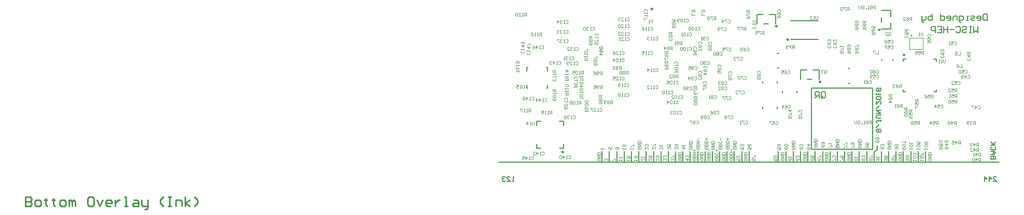
<source format=gbr>
G04 Layer_Color=32896*
%FSLAX24Y24*%
%MOIN*%
%TF.FileFunction,Legend,Bot*%
%TF.Part,Single*%
G01*
G75*
%TA.AperFunction,NonConductor*%
%ADD55C,0.0100*%
%ADD87C,0.0098*%
%ADD88C,0.0039*%
%ADD89C,0.0118*%
%ADD90C,0.0050*%
%ADD91C,0.0079*%
%ADD92C,0.0080*%
%ADD93C,0.0040*%
%ADD94C,0.0060*%
D55*
X-30400Y-600D02*
Y-1200D01*
X-30100D01*
X-30000Y-1100D01*
Y-1000D01*
X-30100Y-900D01*
X-30400D01*
X-30100D01*
X-30000Y-800D01*
Y-700D01*
X-30100Y-600D01*
X-30400D01*
X-29700Y-1200D02*
X-29500D01*
X-29400Y-1100D01*
Y-900D01*
X-29500Y-800D01*
X-29700D01*
X-29800Y-900D01*
Y-1100D01*
X-29700Y-1200D01*
X-29100Y-700D02*
Y-800D01*
X-29200D01*
X-29000D01*
X-29100D01*
Y-1100D01*
X-29000Y-1200D01*
X-28601Y-700D02*
Y-800D01*
X-28701D01*
X-28501D01*
X-28601D01*
Y-1100D01*
X-28501Y-1200D01*
X-28101D02*
X-27901D01*
X-27801Y-1100D01*
Y-900D01*
X-27901Y-800D01*
X-28101D01*
X-28201Y-900D01*
Y-1100D01*
X-28101Y-1200D01*
X-27601D02*
Y-800D01*
X-27501D01*
X-27401Y-900D01*
Y-1200D01*
Y-900D01*
X-27301Y-800D01*
X-27201Y-900D01*
Y-1200D01*
X-26101Y-600D02*
X-26301D01*
X-26401Y-700D01*
Y-1100D01*
X-26301Y-1200D01*
X-26101D01*
X-26001Y-1100D01*
Y-700D01*
X-26101Y-600D01*
X-25801Y-800D02*
X-25602Y-1200D01*
X-25402Y-800D01*
X-24902Y-1200D02*
X-25102D01*
X-25202Y-1100D01*
Y-900D01*
X-25102Y-800D01*
X-24902D01*
X-24802Y-900D01*
Y-1000D01*
X-25202D01*
X-24602Y-800D02*
Y-1200D01*
Y-1000D01*
X-24502Y-900D01*
X-24402Y-800D01*
X-24302D01*
X-24002Y-1200D02*
X-23802D01*
X-23902D01*
Y-600D01*
X-24002D01*
X-23402Y-800D02*
X-23202D01*
X-23102Y-900D01*
Y-1200D01*
X-23402D01*
X-23502Y-1100D01*
X-23402Y-1000D01*
X-23102D01*
X-22902Y-800D02*
Y-1100D01*
X-22802Y-1200D01*
X-22503D01*
Y-1300D01*
X-22603Y-1400D01*
X-22702D01*
X-22503Y-1200D02*
Y-800D01*
X-21503Y-1200D02*
X-21703Y-1000D01*
Y-800D01*
X-21503Y-600D01*
X-21203D02*
X-21003D01*
X-21103D01*
Y-1200D01*
X-21203D01*
X-21003D01*
X-20703D02*
Y-800D01*
X-20403D01*
X-20303Y-900D01*
Y-1200D01*
X-20103D02*
Y-600D01*
Y-1000D02*
X-19803Y-800D01*
X-20103Y-1000D02*
X-19803Y-1200D01*
X-19504D02*
X-19304Y-1000D01*
Y-800D01*
X-19504Y-600D01*
D87*
X17943Y10377D02*
G03*
X17943Y10377I-49J0D01*
G01*
X20739Y6794D02*
G03*
X20739Y6794I-49J0D01*
G01*
X9931Y11486D02*
G03*
X9931Y11486I-49J0D01*
G01*
X4206Y2278D02*
G03*
X4206Y2278I-49J0D01*
G01*
X26152Y8524D02*
G03*
X26152Y8524I-49J0D01*
G01*
X24560Y10137D02*
G03*
X24560Y10137I-49J0D01*
G01*
X18671Y9498D02*
G03*
X18671Y9498I-49J0D01*
G01*
D88*
X1933Y7874D02*
G03*
X1933Y7874I-20J0D01*
G01*
X26437Y8878D02*
X27323D01*
Y9616D01*
X26437D02*
X27323D01*
X26437Y8878D02*
Y9616D01*
D89*
X26583Y9769D02*
G03*
X26583Y9769I-10J0D01*
G01*
D90*
X24370Y2441D02*
Y2677D01*
X24173Y2244D02*
X24370Y2441D01*
X50Y1605D02*
X32230D01*
X6693Y1693D02*
Y2323D01*
X7165Y1693D02*
Y2323D01*
X7638Y1693D02*
Y2323D01*
X8110Y1693D02*
Y2323D01*
X8583Y1693D02*
Y2323D01*
X9055Y1693D02*
Y2323D01*
X9528Y1693D02*
Y2323D01*
X10000Y1693D02*
Y2323D01*
X10472Y1693D02*
Y2323D01*
X10945Y1693D02*
Y2323D01*
X11417Y1693D02*
Y2323D01*
X11890Y1693D02*
Y2323D01*
X12362Y1693D02*
Y2323D01*
X12835Y1693D02*
Y2323D01*
X13307Y1693D02*
Y2323D01*
X13780Y1693D02*
Y2323D01*
X14252Y1693D02*
Y2323D01*
X14724Y1693D02*
Y2323D01*
X15197Y1693D02*
Y2323D01*
X15669Y1693D02*
Y2323D01*
X16142Y1693D02*
Y2323D01*
X18032Y1693D02*
Y2323D01*
X18504Y1693D02*
Y2323D01*
X18976Y1693D02*
Y2323D01*
X19449Y1693D02*
Y2323D01*
X19921Y1693D02*
Y2323D01*
X20394Y1693D02*
Y2323D01*
X20866Y1693D02*
Y2323D01*
X21339Y1693D02*
Y2323D01*
X21811Y1693D02*
Y2323D01*
X22283Y1693D02*
Y2323D01*
X22756Y1693D02*
Y2323D01*
X23228Y1693D02*
Y2323D01*
X23701Y1693D02*
Y2323D01*
X24173Y1693D02*
Y2244D01*
X24646Y1693D02*
Y2323D01*
X25118Y1693D02*
Y2323D01*
X25591Y1693D02*
Y2323D01*
X26063Y1693D02*
Y2323D01*
X26535Y1693D02*
Y2323D01*
X27008Y1693D02*
Y2323D01*
X27480Y1693D02*
Y2323D01*
D91*
X20157Y2441D02*
Y6378D01*
Y2441D02*
X24094D01*
Y6378D01*
X20157D02*
X24094D01*
X17094Y10527D02*
X17394D01*
X17844D02*
Y11127D01*
X17444D02*
X17844D01*
X16644D02*
X17044D01*
X16644Y10527D02*
Y11127D01*
X19889Y6944D02*
X20189D01*
X20639D02*
Y7544D01*
X20239D02*
X20639D01*
X19439D02*
X19839D01*
X19439Y6944D02*
Y7544D01*
X25394Y8189D02*
Y8268D01*
X24685Y8189D02*
Y8268D01*
X17933Y8622D02*
X18051D01*
X17933Y7677D02*
X18051D01*
X22500Y7638D02*
X22618D01*
X22500Y6693D02*
X22618D01*
X17953Y6713D02*
Y6831D01*
X17008Y6713D02*
Y6831D01*
X18268Y6083D02*
Y6201D01*
X19213Y6083D02*
Y6201D01*
X17008Y5069D02*
Y5187D01*
X17953Y5069D02*
Y5187D01*
X4216Y4000D02*
Y4266D01*
X3950D02*
X4216D01*
X2484Y4000D02*
Y4266D01*
X2750D01*
X2484Y2534D02*
Y2800D01*
Y2534D02*
X2750D01*
X4216D02*
Y2800D01*
X3950Y2534D02*
X4216D01*
X3189Y7500D02*
Y7717D01*
Y6378D02*
Y6594D01*
X1850Y6378D02*
Y6594D01*
Y7500D02*
Y7717D01*
X1913D01*
X3126D02*
X3189D01*
X3126Y6378D02*
X3189D01*
X1850D02*
X1913D01*
X26043Y8268D02*
X26201D01*
X26043Y8110D02*
Y8268D01*
Y6142D02*
Y6299D01*
Y6142D02*
X26201D01*
X28012D02*
X28169D01*
Y6299D01*
X28012Y8268D02*
X28169D01*
Y8110D02*
Y8268D01*
X24661Y10637D02*
Y10937D01*
Y10187D02*
X25261D01*
Y10587D01*
Y10987D02*
Y11387D01*
X24661D02*
X25261D01*
X18799Y10728D02*
X20571D01*
X18799Y9508D02*
X20571D01*
D92*
X31444Y11156D02*
Y10756D01*
X31244D01*
X31177Y10823D01*
Y11089D01*
X31244Y11156D01*
X31444D01*
X30844Y10756D02*
X30977D01*
X31044Y10823D01*
Y10956D01*
X30977Y11023D01*
X30844D01*
X30777Y10956D01*
Y10889D01*
X31044D01*
X30644Y10756D02*
X30444D01*
X30377Y10823D01*
X30444Y10889D01*
X30577D01*
X30644Y10956D01*
X30577Y11023D01*
X30377D01*
X30244Y10756D02*
X30111D01*
X30177D01*
Y11023D01*
X30244D01*
X29777Y10623D02*
X29711D01*
X29644Y10689D01*
Y11023D01*
X29844D01*
X29911Y10956D01*
Y10823D01*
X29844Y10756D01*
X29644D01*
X29511D02*
Y11023D01*
X29311D01*
X29244Y10956D01*
Y10756D01*
X28911D02*
X29044D01*
X29111Y10823D01*
Y10956D01*
X29044Y11023D01*
X28911D01*
X28844Y10956D01*
Y10889D01*
X29111D01*
X28444Y11156D02*
Y10756D01*
X28644D01*
X28711Y10823D01*
Y10956D01*
X28644Y11023D01*
X28444D01*
X27911Y11156D02*
Y10756D01*
X27711D01*
X27645Y10823D01*
Y10889D01*
Y10956D01*
X27711Y11023D01*
X27911D01*
X27511D02*
Y10823D01*
X27445Y10756D01*
X27245D01*
Y10689D01*
X27312Y10623D01*
X27378D01*
X27245Y10756D02*
Y11023D01*
X30844Y10351D02*
Y9951D01*
X30710Y10084D01*
X30577Y9951D01*
Y10351D01*
X30444D02*
X30311D01*
X30377D01*
Y9951D01*
X30444D01*
X30311D01*
X29844Y10284D02*
X29911Y10351D01*
X30044D01*
X30111Y10284D01*
Y10218D01*
X30044Y10151D01*
X29911D01*
X29844Y10084D01*
Y10018D01*
X29911Y9951D01*
X30044D01*
X30111Y10018D01*
X29444Y10284D02*
X29511Y10351D01*
X29644D01*
X29711Y10284D01*
Y10018D01*
X29644Y9951D01*
X29511D01*
X29444Y10018D01*
X29311Y10151D02*
X29044D01*
X28911Y10351D02*
Y9951D01*
Y10151D01*
X28644D01*
Y10351D01*
Y9951D01*
X28245Y10351D02*
X28511D01*
Y9951D01*
X28245D01*
X28511Y10151D02*
X28378D01*
X28111Y9951D02*
Y10351D01*
X27911D01*
X27845Y10284D01*
Y10151D01*
X27911Y10084D01*
X28111D01*
X20796Y5815D02*
Y6081D01*
X20863Y6148D01*
X20996D01*
X21063Y6081D01*
Y5815D01*
X20996Y5748D01*
X20863D01*
X20930Y5881D02*
X20796Y5748D01*
X20863D02*
X20796Y5815D01*
X20663Y5748D02*
Y6148D01*
X20463D01*
X20397Y6081D01*
Y5948D01*
X20463Y5881D01*
X20663D01*
X20530D02*
X20397Y5748D01*
D93*
X28346Y2480D02*
X28546D01*
Y2580D01*
X28513Y2614D01*
X28446D01*
X28413Y2580D01*
Y2480D01*
Y2547D02*
X28346Y2614D01*
X28546Y2814D02*
Y2680D01*
X28446D01*
X28480Y2747D01*
Y2780D01*
X28446Y2814D01*
X28380D01*
X28346Y2780D01*
Y2714D01*
X28380Y2680D01*
X28513Y2880D02*
X28546Y2914D01*
Y2980D01*
X28513Y3013D01*
X28480D01*
X28446Y2980D01*
Y2947D01*
Y2980D01*
X28413Y3013D01*
X28380D01*
X28346Y2980D01*
Y2914D01*
X28380Y2880D01*
X28701Y2480D02*
X28901D01*
Y2580D01*
X28867Y2614D01*
X28801D01*
X28767Y2580D01*
Y2480D01*
Y2547D02*
X28701Y2614D01*
Y2780D02*
X28901D01*
X28801Y2680D01*
Y2814D01*
X28734Y2880D02*
X28701Y2914D01*
Y2980D01*
X28734Y3013D01*
X28867D01*
X28901Y2980D01*
Y2914D01*
X28867Y2880D01*
X28834D01*
X28801Y2914D01*
Y3013D01*
X27953Y5748D02*
Y5948D01*
X27853D01*
X27819Y5915D01*
Y5848D01*
X27853Y5815D01*
X27953D01*
X27886D02*
X27819Y5748D01*
X27620Y5948D02*
X27753D01*
Y5848D01*
X27686Y5881D01*
X27653D01*
X27620Y5848D01*
Y5781D01*
X27653Y5748D01*
X27720D01*
X27753Y5781D01*
X27420Y5948D02*
X27486Y5915D01*
X27553Y5848D01*
Y5781D01*
X27520Y5748D01*
X27453D01*
X27420Y5781D01*
Y5815D01*
X27453Y5848D01*
X27553D01*
X26614Y5000D02*
X26414D01*
Y4900D01*
X26448Y4867D01*
X26514D01*
X26548Y4900D01*
Y5000D01*
Y4933D02*
X26614Y4867D01*
X26414Y4667D02*
Y4800D01*
X26514D01*
X26481Y4733D01*
Y4700D01*
X26514Y4667D01*
X26581D01*
X26614Y4700D01*
Y4767D01*
X26581Y4800D01*
Y4600D02*
X26614Y4567D01*
Y4500D01*
X26581Y4467D01*
X26448D01*
X26414Y4500D01*
Y4567D01*
X26448Y4600D01*
X26481D01*
X26514Y4567D01*
Y4467D01*
X26299Y5118D02*
X26099D01*
Y5018D01*
X26133Y4985D01*
X26199D01*
X26233Y5018D01*
Y5118D01*
Y5051D02*
X26299Y4985D01*
X26099Y4785D02*
X26133Y4852D01*
X26199Y4918D01*
X26266D01*
X26299Y4885D01*
Y4818D01*
X26266Y4785D01*
X26233D01*
X26199Y4818D01*
Y4918D01*
X26133Y4718D02*
X26099Y4685D01*
Y4618D01*
X26133Y4585D01*
X26266D01*
X26299Y4618D01*
Y4685D01*
X26266Y4718D01*
X26133D01*
X25984Y5157D02*
Y5357D01*
X25884D01*
X25851Y5324D01*
Y5257D01*
X25884Y5224D01*
X25984D01*
X25918D02*
X25851Y5157D01*
X25651Y5357D02*
X25718Y5324D01*
X25784Y5257D01*
Y5191D01*
X25751Y5157D01*
X25684D01*
X25651Y5191D01*
Y5224D01*
X25684Y5257D01*
X25784D01*
X25584Y5157D02*
X25518D01*
X25551D01*
Y5357D01*
X25584Y5324D01*
X11087Y6190D02*
X11121Y6224D01*
X11187D01*
X11220Y6190D01*
Y6057D01*
X11187Y6024D01*
X11121D01*
X11087Y6057D01*
X11021Y6024D02*
X10954D01*
X10987D01*
Y6224D01*
X11021Y6190D01*
X10854Y6024D02*
X10787D01*
X10821D01*
Y6224D01*
X10854Y6190D01*
X10687D02*
X10654Y6224D01*
X10587D01*
X10554Y6190D01*
Y6057D01*
X10587Y6024D01*
X10654D01*
X10687Y6057D01*
Y6190D01*
X4709Y8395D02*
X4743Y8428D01*
X4809D01*
X4843Y8395D01*
Y8262D01*
X4809Y8228D01*
X4743D01*
X4709Y8262D01*
X4643Y8228D02*
X4576D01*
X4609D01*
Y8428D01*
X4643Y8395D01*
X4476D02*
X4443Y8428D01*
X4376D01*
X4343Y8395D01*
Y8362D01*
X4376Y8328D01*
X4409D01*
X4376D01*
X4343Y8295D01*
Y8262D01*
X4376Y8228D01*
X4443D01*
X4476Y8262D01*
X4276Y8228D02*
X4209D01*
X4243D01*
Y8428D01*
X4276Y8395D01*
X7938Y7096D02*
X7971Y7129D01*
X8038D01*
X8071Y7096D01*
Y6962D01*
X8038Y6929D01*
X7971D01*
X7938Y6962D01*
X7871Y6929D02*
X7804D01*
X7838D01*
Y7129D01*
X7871Y7096D01*
X7571Y6929D02*
X7704D01*
X7571Y7062D01*
Y7096D01*
X7604Y7129D01*
X7671D01*
X7704Y7096D01*
X7371Y7129D02*
X7504D01*
Y7029D01*
X7438Y7062D01*
X7404D01*
X7371Y7029D01*
Y6962D01*
X7404Y6929D01*
X7471D01*
X7504Y6962D01*
X4355Y10718D02*
X4388Y10751D01*
X4455D01*
X4488Y10718D01*
Y10584D01*
X4455Y10551D01*
X4388D01*
X4355Y10584D01*
X4288Y10551D02*
X4222D01*
X4255D01*
Y10751D01*
X4288Y10718D01*
X4122D02*
X4088Y10751D01*
X4022D01*
X3988Y10718D01*
Y10684D01*
X4022Y10651D01*
X4055D01*
X4022D01*
X3988Y10618D01*
Y10584D01*
X4022Y10551D01*
X4088D01*
X4122Y10584D01*
X3822Y10551D02*
Y10751D01*
X3922Y10651D01*
X3788D01*
X6048Y10285D02*
X6081Y10318D01*
X6148D01*
X6181Y10285D01*
Y10151D01*
X6148Y10118D01*
X6081D01*
X6048Y10151D01*
X5981Y10118D02*
X5915D01*
X5948D01*
Y10318D01*
X5981Y10285D01*
X5815D02*
X5781Y10318D01*
X5715D01*
X5681Y10285D01*
Y10251D01*
X5715Y10218D01*
X5748D01*
X5715D01*
X5681Y10185D01*
Y10151D01*
X5715Y10118D01*
X5781D01*
X5815Y10151D01*
X5615Y10285D02*
X5581Y10318D01*
X5515D01*
X5481Y10285D01*
Y10151D01*
X5515Y10118D01*
X5581D01*
X5615Y10151D01*
Y10285D01*
X4355Y10088D02*
X4388Y10121D01*
X4455D01*
X4488Y10088D01*
Y9955D01*
X4455Y9921D01*
X4388D01*
X4355Y9955D01*
X4288Y9921D02*
X4222D01*
X4255D01*
Y10121D01*
X4288Y10088D01*
X4122D02*
X4088Y10121D01*
X4022D01*
X3988Y10088D01*
Y10055D01*
X4022Y10021D01*
X4055D01*
X4022D01*
X3988Y9988D01*
Y9955D01*
X4022Y9921D01*
X4088D01*
X4122Y9955D01*
X3922Y10088D02*
X3888Y10121D01*
X3822D01*
X3788Y10088D01*
Y10055D01*
X3822Y10021D01*
X3855D01*
X3822D01*
X3788Y9988D01*
Y9955D01*
X3822Y9921D01*
X3888D01*
X3922Y9955D01*
X4355Y9497D02*
X4388Y9531D01*
X4455D01*
X4488Y9497D01*
Y9364D01*
X4455Y9331D01*
X4388D01*
X4355Y9364D01*
X4288Y9331D02*
X4222D01*
X4255D01*
Y9531D01*
X4288Y9497D01*
X4122D02*
X4088Y9531D01*
X4022D01*
X3988Y9497D01*
Y9464D01*
X4022Y9431D01*
X4055D01*
X4022D01*
X3988Y9397D01*
Y9364D01*
X4022Y9331D01*
X4088D01*
X4122Y9364D01*
X3922Y9531D02*
X3788D01*
Y9497D01*
X3922Y9364D01*
Y9331D01*
X5024Y8986D02*
X5058Y9019D01*
X5124D01*
X5157Y8986D01*
Y8852D01*
X5124Y8819D01*
X5058D01*
X5024Y8852D01*
X4958Y8819D02*
X4891D01*
X4924D01*
Y9019D01*
X4958Y8986D01*
X4791D02*
X4758Y9019D01*
X4691D01*
X4658Y8986D01*
Y8952D01*
X4691Y8919D01*
X4724D01*
X4691D01*
X4658Y8886D01*
Y8852D01*
X4691Y8819D01*
X4758D01*
X4791Y8852D01*
X4458Y8819D02*
X4591D01*
X4458Y8952D01*
Y8986D01*
X4491Y9019D01*
X4558D01*
X4591Y8986D01*
X4985Y8041D02*
X5018Y8074D01*
X5085D01*
X5118Y8041D01*
Y7907D01*
X5085Y7874D01*
X5018D01*
X4985Y7907D01*
X4918Y7874D02*
X4852D01*
X4885D01*
Y8074D01*
X4918Y8041D01*
X4618Y7874D02*
X4752D01*
X4618Y8007D01*
Y8041D01*
X4652Y8074D01*
X4718D01*
X4752Y8041D01*
X4552Y7907D02*
X4518Y7874D01*
X4452D01*
X4418Y7907D01*
Y8041D01*
X4452Y8074D01*
X4518D01*
X4552Y8041D01*
Y8007D01*
X4518Y7974D01*
X4418D01*
X4912Y6993D02*
X4879Y7026D01*
Y7093D01*
X4912Y7126D01*
X5045D01*
X5079Y7093D01*
Y7026D01*
X5045Y6993D01*
X5079Y6926D02*
Y6859D01*
Y6893D01*
X4879D01*
X4912Y6926D01*
Y6759D02*
X4879Y6726D01*
Y6659D01*
X4912Y6626D01*
X4945D01*
X4979Y6659D01*
Y6693D01*
Y6659D01*
X5012Y6626D01*
X5045D01*
X5079Y6659D01*
Y6726D01*
X5045Y6759D01*
X4879Y6426D02*
X4912Y6493D01*
X4979Y6560D01*
X5045D01*
X5079Y6526D01*
Y6460D01*
X5045Y6426D01*
X5012D01*
X4979Y6460D01*
Y6560D01*
X2780Y9104D02*
X2813Y9137D01*
X2880D01*
X2913Y9104D01*
Y8970D01*
X2880Y8937D01*
X2813D01*
X2780Y8970D01*
X2713Y8937D02*
X2647D01*
X2680D01*
Y9137D01*
X2713Y9104D01*
X2447Y8937D02*
Y9137D01*
X2547Y9037D01*
X2414D01*
X2214Y9137D02*
X2280Y9104D01*
X2347Y9037D01*
Y8970D01*
X2314Y8937D01*
X2247D01*
X2214Y8970D01*
Y9004D01*
X2247Y9037D01*
X2347D01*
X4282Y5615D02*
X4249Y5648D01*
Y5715D01*
X4282Y5748D01*
X4415D01*
X4449Y5715D01*
Y5648D01*
X4415Y5615D01*
X4449Y5548D02*
Y5481D01*
Y5515D01*
X4249D01*
X4282Y5548D01*
Y5381D02*
X4249Y5348D01*
Y5282D01*
X4282Y5248D01*
X4316D01*
X4349Y5282D01*
Y5315D01*
Y5282D01*
X4382Y5248D01*
X4415D01*
X4449Y5282D01*
Y5348D01*
X4415Y5381D01*
Y5182D02*
X4449Y5148D01*
Y5082D01*
X4415Y5048D01*
X4282D01*
X4249Y5082D01*
Y5148D01*
X4282Y5182D01*
X4316D01*
X4349Y5148D01*
Y5048D01*
X6251Y9749D02*
X6217Y9782D01*
Y9849D01*
X6251Y9882D01*
X6384D01*
X6417Y9849D01*
Y9782D01*
X6384Y9749D01*
X6417Y9682D02*
Y9615D01*
Y9649D01*
X6217D01*
X6251Y9682D01*
X6417Y9382D02*
Y9515D01*
X6284Y9382D01*
X6251D01*
X6217Y9415D01*
Y9482D01*
X6251Y9515D01*
Y9315D02*
X6217Y9282D01*
Y9215D01*
X6251Y9182D01*
X6284D01*
X6317Y9215D01*
X6351Y9182D01*
X6384D01*
X6417Y9215D01*
Y9282D01*
X6384Y9315D01*
X6351D01*
X6317Y9282D01*
X6284Y9315D01*
X6251D01*
X6317Y9282D02*
Y9215D01*
X6520Y5048D02*
X6554Y5082D01*
X6620D01*
X6654Y5048D01*
Y4915D01*
X6620Y4882D01*
X6554D01*
X6520Y4915D01*
X6454Y4882D02*
X6387D01*
X6420D01*
Y5082D01*
X6454Y5048D01*
X6154Y4882D02*
X6287D01*
X6154Y5015D01*
Y5048D01*
X6187Y5082D01*
X6254D01*
X6287Y5048D01*
X6087Y5082D02*
X5954D01*
Y5048D01*
X6087Y4915D01*
Y4882D01*
X8292Y10875D02*
X8325Y10909D01*
X8392D01*
X8425Y10875D01*
Y10742D01*
X8392Y10709D01*
X8325D01*
X8292Y10742D01*
X8225Y10709D02*
X8159D01*
X8192D01*
Y10909D01*
X8225Y10875D01*
X7925Y10709D02*
X8059D01*
X7925Y10842D01*
Y10875D01*
X7959Y10909D01*
X8025D01*
X8059Y10875D01*
X7859D02*
X7825Y10909D01*
X7759D01*
X7725Y10875D01*
Y10842D01*
X7759Y10809D01*
X7792D01*
X7759D01*
X7725Y10775D01*
Y10742D01*
X7759Y10709D01*
X7825D01*
X7859Y10742D01*
X8292Y10442D02*
X8325Y10476D01*
X8392D01*
X8425Y10442D01*
Y10309D01*
X8392Y10276D01*
X8325D01*
X8292Y10309D01*
X8225Y10276D02*
X8159D01*
X8192D01*
Y10476D01*
X8225Y10442D01*
X7925Y10276D02*
X8059D01*
X7925Y10409D01*
Y10442D01*
X7959Y10476D01*
X8025D01*
X8059Y10442D01*
X7859D02*
X7825Y10476D01*
X7759D01*
X7725Y10442D01*
Y10309D01*
X7759Y10276D01*
X7825D01*
X7859Y10309D01*
Y10442D01*
X8292Y9970D02*
X8325Y10003D01*
X8392D01*
X8425Y9970D01*
Y9836D01*
X8392Y9803D01*
X8325D01*
X8292Y9836D01*
X8225Y9803D02*
X8159D01*
X8192D01*
Y10003D01*
X8225Y9970D01*
X7925Y9803D02*
X8059D01*
X7925Y9936D01*
Y9970D01*
X7959Y10003D01*
X8025D01*
X8059Y9970D01*
X7725Y9803D02*
X7859D01*
X7725Y9936D01*
Y9970D01*
X7759Y10003D01*
X7825D01*
X7859Y9970D01*
X8292Y9615D02*
X8325Y9649D01*
X8392D01*
X8425Y9615D01*
Y9482D01*
X8392Y9449D01*
X8325D01*
X8292Y9482D01*
X8225Y9449D02*
X8159D01*
X8192D01*
Y9649D01*
X8225Y9615D01*
X7925Y9449D02*
X8059D01*
X7925Y9582D01*
Y9615D01*
X7959Y9649D01*
X8025D01*
X8059Y9615D01*
X7859Y9449D02*
X7792D01*
X7825D01*
Y9649D01*
X7859Y9615D01*
X7938Y8710D02*
X7971Y8743D01*
X8038D01*
X8071Y8710D01*
Y8577D01*
X8038Y8543D01*
X7971D01*
X7938Y8577D01*
X7871Y8543D02*
X7804D01*
X7838D01*
Y8743D01*
X7871Y8710D01*
X7571Y8543D02*
X7704D01*
X7571Y8677D01*
Y8710D01*
X7604Y8743D01*
X7671D01*
X7704Y8710D01*
X7371Y8743D02*
X7438Y8710D01*
X7504Y8643D01*
Y8577D01*
X7471Y8543D01*
X7404D01*
X7371Y8577D01*
Y8610D01*
X7404Y8643D01*
X7504D01*
X7938Y8237D02*
X7971Y8271D01*
X8038D01*
X8071Y8237D01*
Y8104D01*
X8038Y8071D01*
X7971D01*
X7938Y8104D01*
X7871Y8071D02*
X7804D01*
X7838D01*
Y8271D01*
X7871Y8237D01*
X7571Y8071D02*
X7704D01*
X7571Y8204D01*
Y8237D01*
X7604Y8271D01*
X7671D01*
X7704Y8237D01*
X7404Y8071D02*
Y8271D01*
X7504Y8171D01*
X7371D01*
X8253Y6663D02*
X8286Y6696D01*
X8353D01*
X8386Y6663D01*
Y6529D01*
X8353Y6496D01*
X8286D01*
X8253Y6529D01*
X8186Y6496D02*
X8119D01*
X8153D01*
Y6696D01*
X8186Y6663D01*
X8019Y6496D02*
X7953D01*
X7986D01*
Y6696D01*
X8019Y6663D01*
X7853Y6529D02*
X7819Y6496D01*
X7753D01*
X7719Y6529D01*
Y6663D01*
X7753Y6696D01*
X7819D01*
X7853Y6663D01*
Y6629D01*
X7819Y6596D01*
X7719D01*
X2977Y5678D02*
X3010Y5712D01*
X3077D01*
X3110Y5678D01*
Y5545D01*
X3077Y5512D01*
X3010D01*
X2977Y5545D01*
X2910Y5512D02*
X2844D01*
X2877D01*
Y5712D01*
X2910Y5678D01*
X2644Y5512D02*
Y5712D01*
X2744Y5612D01*
X2610D01*
X2444Y5512D02*
Y5712D01*
X2544Y5612D01*
X2410D01*
X3882Y8080D02*
X3916Y8113D01*
X3982D01*
X4016Y8080D01*
Y7947D01*
X3982Y7913D01*
X3916D01*
X3882Y7947D01*
X3816Y7913D02*
X3749D01*
X3782D01*
Y8113D01*
X3816Y8080D01*
X3549Y7913D02*
Y8113D01*
X3649Y8013D01*
X3516D01*
X3449Y8080D02*
X3416Y8113D01*
X3349D01*
X3316Y8080D01*
Y8047D01*
X3349Y8013D01*
X3383D01*
X3349D01*
X3316Y7980D01*
Y7947D01*
X3349Y7913D01*
X3416D01*
X3449Y7947D01*
X1663Y8795D02*
X1696Y8761D01*
Y8695D01*
X1663Y8661D01*
X1529D01*
X1496Y8695D01*
Y8761D01*
X1529Y8795D01*
X1496Y8861D02*
Y8928D01*
Y8895D01*
X1696D01*
X1663Y8861D01*
X1496Y9128D02*
X1696D01*
X1596Y9028D01*
Y9161D01*
X1529Y9228D02*
X1496Y9261D01*
Y9328D01*
X1529Y9361D01*
X1663D01*
X1696Y9328D01*
Y9261D01*
X1663Y9228D01*
X1629D01*
X1596Y9261D01*
Y9361D01*
X2150Y5797D02*
X2183Y5830D01*
X2250D01*
X2283Y5797D01*
Y5663D01*
X2250Y5630D01*
X2183D01*
X2150Y5663D01*
X2084Y5630D02*
X2017D01*
X2050D01*
Y5830D01*
X2084Y5797D01*
X1817Y5630D02*
Y5830D01*
X1917Y5730D01*
X1784D01*
X1717Y5797D02*
X1684Y5830D01*
X1617D01*
X1584Y5797D01*
Y5763D01*
X1617Y5730D01*
X1584Y5697D01*
Y5663D01*
X1617Y5630D01*
X1684D01*
X1717Y5663D01*
Y5697D01*
X1684Y5730D01*
X1717Y5763D01*
Y5797D01*
X1684Y5730D02*
X1617D01*
X2017Y8677D02*
X2050Y8643D01*
Y8577D01*
X2017Y8543D01*
X1884D01*
X1850Y8577D01*
Y8643D01*
X1884Y8677D01*
X1850Y8743D02*
Y8810D01*
Y8777D01*
X2050D01*
X2017Y8743D01*
X1850Y9010D02*
X2050D01*
X1950Y8910D01*
Y9043D01*
X2050Y9110D02*
Y9243D01*
X2017D01*
X1884Y9110D01*
X1850D01*
X17983Y11323D02*
X17950Y11357D01*
Y11423D01*
X17983Y11457D01*
X18116D01*
X18150Y11423D01*
Y11357D01*
X18116Y11323D01*
X17950Y11123D02*
X17983Y11190D01*
X18050Y11257D01*
X18116D01*
X18150Y11223D01*
Y11157D01*
X18116Y11123D01*
X18083D01*
X18050Y11157D01*
Y11257D01*
X17950Y10924D02*
X17983Y10990D01*
X18050Y11057D01*
X18116D01*
X18150Y11023D01*
Y10957D01*
X18116Y10924D01*
X18083D01*
X18050Y10957D01*
Y11057D01*
X21702Y9110D02*
X21735Y9076D01*
Y9010D01*
X21702Y8976D01*
X21569D01*
X21535Y9010D01*
Y9076D01*
X21569Y9110D01*
X21735Y9310D02*
X21702Y9243D01*
X21635Y9176D01*
X21569D01*
X21535Y9210D01*
Y9276D01*
X21569Y9310D01*
X21602D01*
X21635Y9276D01*
Y9176D01*
X21535Y9510D02*
Y9376D01*
X21669Y9510D01*
X21702D01*
X21735Y9476D01*
Y9410D01*
X21702Y9376D01*
X21348Y9110D02*
X21381Y9076D01*
Y9010D01*
X21348Y8976D01*
X21214D01*
X21181Y9010D01*
Y9076D01*
X21214Y9110D01*
X21381Y9310D02*
X21348Y9243D01*
X21281Y9176D01*
X21214D01*
X21181Y9210D01*
Y9276D01*
X21214Y9310D01*
X21248D01*
X21281Y9276D01*
Y9176D01*
X21348Y9376D02*
X21381Y9410D01*
Y9476D01*
X21348Y9510D01*
X21314D01*
X21281Y9476D01*
Y9443D01*
Y9476D01*
X21248Y9510D01*
X21214D01*
X21181Y9476D01*
Y9410D01*
X21214Y9376D01*
X11402Y6820D02*
X11435Y6853D01*
X11502D01*
X11535Y6820D01*
Y6687D01*
X11502Y6654D01*
X11435D01*
X11402Y6687D01*
X11336Y6654D02*
X11269D01*
X11302D01*
Y6853D01*
X11336Y6820D01*
X11169D02*
X11136Y6853D01*
X11069D01*
X11036Y6820D01*
Y6687D01*
X11069Y6654D01*
X11136D01*
X11169Y6687D01*
Y6820D01*
X10836Y6853D02*
X10969D01*
Y6754D01*
X10902Y6787D01*
X10869D01*
X10836Y6754D01*
Y6687D01*
X10869Y6654D01*
X10936D01*
X10969Y6687D01*
X12741Y4261D02*
X12774Y4294D01*
X12841D01*
X12874Y4261D01*
Y4128D01*
X12841Y4094D01*
X12774D01*
X12741Y4128D01*
X12674D02*
X12641Y4094D01*
X12574D01*
X12541Y4128D01*
Y4261D01*
X12574Y4294D01*
X12641D01*
X12674Y4261D01*
Y4228D01*
X12641Y4194D01*
X12541D01*
X12474Y4294D02*
X12341D01*
Y4261D01*
X12474Y4128D01*
Y4094D01*
X11717Y5875D02*
X11750Y5909D01*
X11817D01*
X11850Y5875D01*
Y5742D01*
X11817Y5709D01*
X11750D01*
X11717Y5742D01*
X11650Y5709D02*
X11584D01*
X11617D01*
Y5909D01*
X11650Y5875D01*
X11484D02*
X11451Y5909D01*
X11384D01*
X11351Y5875D01*
Y5742D01*
X11384Y5709D01*
X11451D01*
X11484Y5742D01*
Y5875D01*
X11151Y5709D02*
X11284D01*
X11151Y5842D01*
Y5875D01*
X11184Y5909D01*
X11251D01*
X11284Y5875D01*
X11638Y4891D02*
X11672Y4924D01*
X11738D01*
X11772Y4891D01*
Y4758D01*
X11738Y4724D01*
X11672D01*
X11638Y4758D01*
X11572Y4724D02*
X11505D01*
X11538D01*
Y4924D01*
X11572Y4891D01*
X11405D02*
X11372Y4924D01*
X11305D01*
X11272Y4891D01*
Y4758D01*
X11305Y4724D01*
X11372D01*
X11405Y4758D01*
Y4891D01*
X11205D02*
X11172Y4924D01*
X11105D01*
X11072Y4891D01*
Y4858D01*
X11105Y4824D01*
X11139D01*
X11105D01*
X11072Y4791D01*
Y4758D01*
X11105Y4724D01*
X11172D01*
X11205Y4758D01*
X13449Y4576D02*
X13483Y4609D01*
X13549D01*
X13583Y4576D01*
Y4443D01*
X13549Y4409D01*
X13483D01*
X13449Y4443D01*
X13383Y4576D02*
X13349Y4609D01*
X13283D01*
X13249Y4576D01*
Y4543D01*
X13283Y4509D01*
X13249Y4476D01*
Y4443D01*
X13283Y4409D01*
X13349D01*
X13383Y4443D01*
Y4476D01*
X13349Y4509D01*
X13383Y4543D01*
Y4576D01*
X13349Y4509D02*
X13283D01*
X13183Y4443D02*
X13149Y4409D01*
X13083D01*
X13050Y4443D01*
Y4576D01*
X13083Y4609D01*
X13149D01*
X13183Y4576D01*
Y4543D01*
X13149Y4509D01*
X13050D01*
X12268Y9930D02*
X12302Y9964D01*
X12368D01*
X12402Y9930D01*
Y9797D01*
X12368Y9764D01*
X12302D01*
X12268Y9797D01*
X12202Y9764D02*
X12135D01*
X12168D01*
Y9964D01*
X12202Y9930D01*
X12035D02*
X12002Y9964D01*
X11935D01*
X11902Y9930D01*
Y9797D01*
X11935Y9764D01*
X12002D01*
X12035Y9797D01*
Y9930D01*
X11835Y9764D02*
X11768D01*
X11802D01*
Y9964D01*
X11835Y9930D01*
X14788Y10757D02*
X14821Y10790D01*
X14888D01*
X14921Y10757D01*
Y10624D01*
X14888Y10591D01*
X14821D01*
X14788Y10624D01*
X14721Y10790D02*
X14588D01*
Y10757D01*
X14721Y10624D01*
Y10591D01*
X14421D02*
Y10790D01*
X14521Y10691D01*
X14388D01*
X12623Y7096D02*
X12656Y7129D01*
X12723D01*
X12756Y7096D01*
Y6962D01*
X12723Y6929D01*
X12656D01*
X12623Y6962D01*
X12556D02*
X12523Y6929D01*
X12456D01*
X12423Y6962D01*
Y7096D01*
X12456Y7129D01*
X12523D01*
X12556Y7096D01*
Y7062D01*
X12523Y7029D01*
X12423D01*
X12256Y6929D02*
Y7129D01*
X12356Y7029D01*
X12223D01*
X12589Y8922D02*
X12556Y8955D01*
Y9022D01*
X12589Y9055D01*
X12723D01*
X12756Y9022D01*
Y8955D01*
X12723Y8922D01*
Y8855D02*
X12756Y8822D01*
Y8755D01*
X12723Y8722D01*
X12589D01*
X12556Y8755D01*
Y8822D01*
X12589Y8855D01*
X12623D01*
X12656Y8822D01*
Y8722D01*
X12556Y8522D02*
X12589Y8589D01*
X12656Y8655D01*
X12723D01*
X12756Y8622D01*
Y8555D01*
X12723Y8522D01*
X12689D01*
X12656Y8555D01*
Y8655D01*
X12819Y10285D02*
X12853Y10318D01*
X12919D01*
X12953Y10285D01*
Y10151D01*
X12919Y10118D01*
X12853D01*
X12819Y10151D01*
X12753Y10118D02*
X12686D01*
X12720D01*
Y10318D01*
X12753Y10285D01*
X12586D02*
X12553Y10318D01*
X12486D01*
X12453Y10285D01*
Y10151D01*
X12486Y10118D01*
X12553D01*
X12586Y10151D01*
Y10285D01*
X12386D02*
X12353Y10318D01*
X12286D01*
X12253Y10285D01*
Y10251D01*
X12286Y10218D01*
X12253Y10185D01*
Y10151D01*
X12286Y10118D01*
X12353D01*
X12386Y10151D01*
Y10185D01*
X12353Y10218D01*
X12386Y10251D01*
Y10285D01*
X12353Y10218D02*
X12286D01*
X14237Y8671D02*
X14270Y8704D01*
X14337D01*
X14370Y8671D01*
Y8537D01*
X14337Y8504D01*
X14270D01*
X14237Y8537D01*
X14170Y8671D02*
X14137Y8704D01*
X14070D01*
X14037Y8671D01*
Y8637D01*
X14070Y8604D01*
X14037Y8571D01*
Y8537D01*
X14070Y8504D01*
X14137D01*
X14170Y8537D01*
Y8571D01*
X14137Y8604D01*
X14170Y8637D01*
Y8671D01*
X14137Y8604D02*
X14070D01*
X13970Y8671D02*
X13937Y8704D01*
X13870D01*
X13837Y8671D01*
Y8537D01*
X13870Y8504D01*
X13937D01*
X13970Y8537D01*
Y8671D01*
X15890Y4261D02*
X15924Y4294D01*
X15990D01*
X16024Y4261D01*
Y4128D01*
X15990Y4094D01*
X15924D01*
X15890Y4128D01*
X15824Y4294D02*
X15690D01*
Y4261D01*
X15824Y4128D01*
Y4094D01*
X15624D02*
X15557D01*
X15590D01*
Y4294D01*
X15624Y4261D01*
X15693Y6190D02*
X15727Y6224D01*
X15793D01*
X15827Y6190D01*
Y6057D01*
X15793Y6024D01*
X15727D01*
X15693Y6057D01*
X15627Y6224D02*
X15494D01*
Y6190D01*
X15627Y6057D01*
Y6024D01*
X15294D02*
X15427D01*
X15294Y6157D01*
Y6190D01*
X15327Y6224D01*
X15394D01*
X15427Y6190D01*
X14040Y4891D02*
X14073Y4924D01*
X14140D01*
X14173Y4891D01*
Y4758D01*
X14140Y4724D01*
X14073D01*
X14040Y4758D01*
X13973Y4891D02*
X13940Y4924D01*
X13873D01*
X13840Y4891D01*
Y4858D01*
X13873Y4824D01*
X13840Y4791D01*
Y4758D01*
X13873Y4724D01*
X13940D01*
X13973Y4758D01*
Y4791D01*
X13940Y4824D01*
X13973Y4858D01*
Y4891D01*
X13940Y4824D02*
X13873D01*
X13640Y4924D02*
X13707Y4891D01*
X13773Y4824D01*
Y4758D01*
X13740Y4724D01*
X13673D01*
X13640Y4758D01*
Y4791D01*
X13673Y4824D01*
X13773D01*
X14945Y4576D02*
X14979Y4609D01*
X15045D01*
X15079Y4576D01*
Y4443D01*
X15045Y4409D01*
X14979D01*
X14945Y4443D01*
X14879Y4609D02*
X14746D01*
Y4576D01*
X14879Y4443D01*
Y4409D01*
X14546Y4609D02*
X14612Y4576D01*
X14679Y4509D01*
Y4443D01*
X14646Y4409D01*
X14579D01*
X14546Y4443D01*
Y4476D01*
X14579Y4509D01*
X14679D01*
X14827Y8946D02*
X14861Y8979D01*
X14927D01*
X14961Y8946D01*
Y8813D01*
X14927Y8780D01*
X14861D01*
X14827Y8813D01*
X14761Y8979D02*
X14627D01*
Y8946D01*
X14761Y8813D01*
Y8780D01*
X14427Y8979D02*
X14561D01*
Y8880D01*
X14494Y8913D01*
X14461D01*
X14427Y8880D01*
Y8813D01*
X14461Y8780D01*
X14527D01*
X14561Y8813D01*
X14512Y10245D02*
X14546Y10279D01*
X14612D01*
X14646Y10245D01*
Y10112D01*
X14612Y10079D01*
X14546D01*
X14512Y10112D01*
X14446Y10279D02*
X14312D01*
Y10245D01*
X14446Y10112D01*
Y10079D01*
X14246Y10112D02*
X14212Y10079D01*
X14146D01*
X14113Y10112D01*
Y10245D01*
X14146Y10279D01*
X14212D01*
X14246Y10245D01*
Y10212D01*
X14212Y10179D01*
X14113D01*
X13219Y6678D02*
X13186Y6711D01*
Y6778D01*
X13219Y6811D01*
X13353D01*
X13386Y6778D01*
Y6711D01*
X13353Y6678D01*
X13219Y6611D02*
X13186Y6578D01*
Y6511D01*
X13219Y6478D01*
X13253D01*
X13286Y6511D01*
X13319Y6478D01*
X13353D01*
X13386Y6511D01*
Y6578D01*
X13353Y6611D01*
X13319D01*
X13286Y6578D01*
X13253Y6611D01*
X13219D01*
X13286Y6578D02*
Y6511D01*
X13186Y6411D02*
Y6278D01*
X13219D01*
X13353Y6411D01*
X13386D01*
X12904Y7347D02*
X12871Y7380D01*
Y7447D01*
X12904Y7480D01*
X13038D01*
X13071Y7447D01*
Y7380D01*
X13038Y7347D01*
Y7280D02*
X13071Y7247D01*
Y7180D01*
X13038Y7147D01*
X12904D01*
X12871Y7180D01*
Y7247D01*
X12904Y7280D01*
X12938D01*
X12971Y7247D01*
Y7147D01*
X13071Y6947D02*
Y7080D01*
X12938Y6947D01*
X12904D01*
X12871Y6980D01*
Y7047D01*
X12904Y7080D01*
X11402Y5560D02*
X11435Y5594D01*
X11502D01*
X11535Y5560D01*
Y5427D01*
X11502Y5394D01*
X11435D01*
X11402Y5427D01*
X11336Y5394D02*
X11269D01*
X11302D01*
Y5594D01*
X11336Y5560D01*
X11169D02*
X11136Y5594D01*
X11069D01*
X11036Y5560D01*
Y5427D01*
X11069Y5394D01*
X11136D01*
X11169Y5427D01*
Y5560D01*
X10869Y5394D02*
Y5594D01*
X10969Y5494D01*
X10836D01*
X15812Y7135D02*
X15845Y7168D01*
X15912D01*
X15945Y7135D01*
Y7002D01*
X15912Y6969D01*
X15845D01*
X15812Y7002D01*
X15745Y7168D02*
X15612D01*
Y7135D01*
X15745Y7002D01*
Y6969D01*
X15545Y7135D02*
X15512Y7168D01*
X15445D01*
X15412Y7135D01*
Y7002D01*
X15445Y6969D01*
X15512D01*
X15545Y7002D01*
Y7135D01*
X14827Y5836D02*
X14861Y5869D01*
X14927D01*
X14961Y5836D01*
Y5703D01*
X14927Y5669D01*
X14861D01*
X14827Y5703D01*
X14761Y5869D02*
X14627D01*
Y5836D01*
X14761Y5703D01*
Y5669D01*
X14561Y5869D02*
X14427D01*
Y5836D01*
X14561Y5703D01*
Y5669D01*
X15969Y8946D02*
X16002Y8979D01*
X16069D01*
X16102Y8946D01*
Y8813D01*
X16069Y8780D01*
X16002D01*
X15969Y8813D01*
X15769Y8979D02*
X15836Y8946D01*
X15902Y8880D01*
Y8813D01*
X15869Y8780D01*
X15802D01*
X15769Y8813D01*
Y8846D01*
X15802Y8880D01*
X15902D01*
X15702Y8813D02*
X15669Y8780D01*
X15603D01*
X15569Y8813D01*
Y8946D01*
X15603Y8979D01*
X15669D01*
X15702Y8946D01*
Y8913D01*
X15669Y8880D01*
X15569D01*
X15536Y8356D02*
X15569Y8389D01*
X15636D01*
X15669Y8356D01*
Y8222D01*
X15636Y8189D01*
X15569D01*
X15536Y8222D01*
X15469Y8389D02*
X15336D01*
Y8356D01*
X15469Y8222D01*
Y8189D01*
X15269Y8356D02*
X15236Y8389D01*
X15169D01*
X15136Y8356D01*
Y8322D01*
X15169Y8289D01*
X15203D01*
X15169D01*
X15136Y8256D01*
Y8222D01*
X15169Y8189D01*
X15236D01*
X15269Y8222D01*
X9788Y8710D02*
X9821Y8743D01*
X9888D01*
X9921Y8710D01*
Y8577D01*
X9888Y8543D01*
X9821D01*
X9788Y8577D01*
X9721Y8543D02*
X9655D01*
X9688D01*
Y8743D01*
X9721Y8710D01*
X9555Y8543D02*
X9488D01*
X9521D01*
Y8743D01*
X9555Y8710D01*
X9255Y8743D02*
X9388D01*
Y8643D01*
X9321Y8677D01*
X9288D01*
X9255Y8643D01*
Y8577D01*
X9288Y8543D01*
X9355D01*
X9388Y8577D01*
X10103Y6505D02*
X10136Y6539D01*
X10203D01*
X10236Y6505D01*
Y6372D01*
X10203Y6339D01*
X10136D01*
X10103Y6372D01*
X10036Y6339D02*
X9970D01*
X10003D01*
Y6539D01*
X10036Y6505D01*
X9870Y6339D02*
X9803D01*
X9836D01*
Y6539D01*
X9870Y6505D01*
X9570Y6339D02*
X9703D01*
X9570Y6472D01*
Y6505D01*
X9603Y6539D01*
X9670D01*
X9703Y6505D01*
X10103Y7608D02*
X10136Y7641D01*
X10203D01*
X10236Y7608D01*
Y7474D01*
X10203Y7441D01*
X10136D01*
X10103Y7474D01*
X10036Y7441D02*
X9970D01*
X10003D01*
Y7641D01*
X10036Y7608D01*
X9870Y7441D02*
X9803D01*
X9836D01*
Y7641D01*
X9870Y7608D01*
X9603Y7441D02*
Y7641D01*
X9703Y7541D01*
X9570D01*
X10103Y9655D02*
X10136Y9688D01*
X10203D01*
X10236Y9655D01*
Y9522D01*
X10203Y9488D01*
X10136D01*
X10103Y9522D01*
X10036Y9488D02*
X9970D01*
X10003D01*
Y9688D01*
X10036Y9655D01*
X9870Y9488D02*
X9803D01*
X9836D01*
Y9688D01*
X9870Y9655D01*
X9703D02*
X9670Y9688D01*
X9603D01*
X9570Y9655D01*
Y9621D01*
X9603Y9588D01*
X9636D01*
X9603D01*
X9570Y9555D01*
Y9522D01*
X9603Y9488D01*
X9670D01*
X9703Y9522D01*
X9788Y10285D02*
X9821Y10318D01*
X9888D01*
X9921Y10285D01*
Y10151D01*
X9888Y10118D01*
X9821D01*
X9788Y10151D01*
X9721Y10118D02*
X9655D01*
X9688D01*
Y10318D01*
X9721Y10285D01*
X9555Y10118D02*
X9488D01*
X9521D01*
Y10318D01*
X9555Y10285D01*
X9255Y10318D02*
X9321Y10285D01*
X9388Y10218D01*
Y10151D01*
X9355Y10118D01*
X9288D01*
X9255Y10151D01*
Y10185D01*
X9288Y10218D01*
X9388D01*
X12268Y8986D02*
X12302Y9019D01*
X12368D01*
X12402Y8986D01*
Y8852D01*
X12368Y8819D01*
X12302D01*
X12268Y8852D01*
X12202Y8819D02*
X12135D01*
X12168D01*
Y9019D01*
X12202Y8986D01*
X12035D02*
X12002Y9019D01*
X11935D01*
X11902Y8986D01*
Y8852D01*
X11935Y8819D01*
X12002D01*
X12035Y8852D01*
Y8986D01*
X11835D02*
X11802Y9019D01*
X11735D01*
X11702Y8986D01*
Y8852D01*
X11735Y8819D01*
X11802D01*
X11835Y8852D01*
Y8986D01*
X12071Y10836D02*
X12105Y10869D01*
X12171D01*
X12205Y10836D01*
Y10703D01*
X12171Y10669D01*
X12105D01*
X12071Y10703D01*
X12005Y10669D02*
X11938D01*
X11971D01*
Y10869D01*
X12005Y10836D01*
X11838D02*
X11805Y10869D01*
X11738D01*
X11705Y10836D01*
Y10703D01*
X11738Y10669D01*
X11805D01*
X11838Y10703D01*
Y10836D01*
X11638Y10703D02*
X11605Y10669D01*
X11538D01*
X11505Y10703D01*
Y10836D01*
X11538Y10869D01*
X11605D01*
X11638Y10836D01*
Y10803D01*
X11605Y10769D01*
X11505D01*
X14833Y7308D02*
X14800Y7341D01*
Y7408D01*
X14833Y7441D01*
X14967D01*
X15000Y7408D01*
Y7341D01*
X14967Y7308D01*
X14800Y7241D02*
Y7108D01*
X14833D01*
X14967Y7241D01*
X15000D01*
X14833Y7041D02*
X14800Y7008D01*
Y6941D01*
X14833Y6908D01*
X14867D01*
X14900Y6941D01*
X14933Y6908D01*
X14967D01*
X15000Y6941D01*
Y7008D01*
X14967Y7041D01*
X14933D01*
X14900Y7008D01*
X14867Y7041D01*
X14833D01*
X14900Y7008D02*
Y6941D01*
X12904Y9237D02*
X12871Y9270D01*
Y9337D01*
X12904Y9370D01*
X13038D01*
X13071Y9337D01*
Y9270D01*
X13038Y9237D01*
Y9170D02*
X13071Y9137D01*
Y9070D01*
X13038Y9037D01*
X12904D01*
X12871Y9070D01*
Y9137D01*
X12904Y9170D01*
X12938D01*
X12971Y9137D01*
Y9037D01*
X12904Y8970D02*
X12871Y8937D01*
Y8870D01*
X12904Y8837D01*
X12938D01*
X12971Y8870D01*
Y8904D01*
Y8870D01*
X13004Y8837D01*
X13038D01*
X13071Y8870D01*
Y8937D01*
X13038Y8970D01*
X13410Y8080D02*
X13443Y8113D01*
X13510D01*
X13543Y8080D01*
Y7947D01*
X13510Y7913D01*
X13443D01*
X13410Y7947D01*
X13343D02*
X13310Y7913D01*
X13243D01*
X13210Y7947D01*
Y8080D01*
X13243Y8113D01*
X13310D01*
X13343Y8080D01*
Y8047D01*
X13310Y8013D01*
X13210D01*
X13143Y8080D02*
X13110Y8113D01*
X13043D01*
X13010Y8080D01*
Y7947D01*
X13043Y7913D01*
X13110D01*
X13143Y7947D01*
Y8080D01*
X17859Y4222D02*
X17892Y4255D01*
X17959D01*
X17992Y4222D01*
Y4088D01*
X17959Y4055D01*
X17892D01*
X17859Y4088D01*
X17659Y4255D02*
X17726Y4222D01*
X17792Y4155D01*
Y4088D01*
X17759Y4055D01*
X17692D01*
X17659Y4088D01*
Y4122D01*
X17692Y4155D01*
X17792D01*
X17592Y4255D02*
X17459D01*
Y4222D01*
X17592Y4088D01*
Y4055D01*
X12308Y6466D02*
X12341Y6499D01*
X12408D01*
X12441Y6466D01*
Y6333D01*
X12408Y6299D01*
X12341D01*
X12308Y6333D01*
X12241D02*
X12208Y6299D01*
X12141D01*
X12108Y6333D01*
Y6466D01*
X12141Y6499D01*
X12208D01*
X12241Y6466D01*
Y6432D01*
X12208Y6399D01*
X12108D01*
X12041Y6466D02*
X12008Y6499D01*
X11941D01*
X11908Y6466D01*
Y6432D01*
X11941Y6399D01*
X11908Y6366D01*
Y6333D01*
X11941Y6299D01*
X12008D01*
X12041Y6333D01*
Y6366D01*
X12008Y6399D01*
X12041Y6432D01*
Y6466D01*
X12008Y6399D02*
X11941D01*
X12662Y7765D02*
X12695Y7798D01*
X12762D01*
X12795Y7765D01*
Y7632D01*
X12762Y7598D01*
X12695D01*
X12662Y7632D01*
X12595D02*
X12562Y7598D01*
X12495D01*
X12462Y7632D01*
Y7765D01*
X12495Y7798D01*
X12562D01*
X12595Y7765D01*
Y7732D01*
X12562Y7698D01*
X12462D01*
X12262Y7798D02*
X12395D01*
Y7698D01*
X12329Y7732D01*
X12295D01*
X12262Y7698D01*
Y7632D01*
X12295Y7598D01*
X12362D01*
X12395Y7632D01*
X18646Y5245D02*
X18680Y5279D01*
X18746D01*
X18780Y5245D01*
Y5112D01*
X18746Y5079D01*
X18680D01*
X18646Y5112D01*
X18446Y5279D02*
X18513Y5245D01*
X18580Y5179D01*
Y5112D01*
X18546Y5079D01*
X18480D01*
X18446Y5112D01*
Y5145D01*
X18480Y5179D01*
X18580D01*
X18280Y5079D02*
Y5279D01*
X18380Y5179D01*
X18246D01*
X16684Y7347D02*
X16650Y7380D01*
Y7447D01*
X16684Y7480D01*
X16817D01*
X16850Y7447D01*
Y7380D01*
X16817Y7347D01*
X16650Y7147D02*
X16684Y7214D01*
X16750Y7280D01*
X16817D01*
X16850Y7247D01*
Y7180D01*
X16817Y7147D01*
X16784D01*
X16750Y7180D01*
Y7280D01*
X16684Y7080D02*
X16650Y7047D01*
Y6980D01*
X16684Y6947D01*
X16717D01*
X16750Y6980D01*
X16784Y6947D01*
X16817D01*
X16850Y6980D01*
Y7047D01*
X16817Y7080D01*
X16784D01*
X16750Y7047D01*
X16717Y7080D01*
X16684D01*
X16750Y7047D02*
Y6980D01*
X13259Y7662D02*
X13225Y7695D01*
Y7762D01*
X13259Y7795D01*
X13392D01*
X13425Y7762D01*
Y7695D01*
X13392Y7662D01*
X13259Y7595D02*
X13225Y7562D01*
Y7495D01*
X13259Y7462D01*
X13292D01*
X13325Y7495D01*
X13359Y7462D01*
X13392D01*
X13425Y7495D01*
Y7562D01*
X13392Y7595D01*
X13359D01*
X13325Y7562D01*
X13292Y7595D01*
X13259D01*
X13325Y7562D02*
Y7495D01*
X13425Y7295D02*
X13225D01*
X13325Y7395D01*
Y7262D01*
X14552Y6466D02*
X14585Y6499D01*
X14652D01*
X14685Y6466D01*
Y6333D01*
X14652Y6299D01*
X14585D01*
X14552Y6333D01*
X14485Y6466D02*
X14452Y6499D01*
X14385D01*
X14352Y6466D01*
Y6432D01*
X14385Y6399D01*
X14352Y6366D01*
Y6333D01*
X14385Y6299D01*
X14452D01*
X14485Y6333D01*
Y6366D01*
X14452Y6399D01*
X14485Y6432D01*
Y6466D01*
X14452Y6399D02*
X14385D01*
X14152Y6299D02*
X14285D01*
X14152Y6432D01*
Y6466D01*
X14185Y6499D01*
X14252D01*
X14285Y6466D01*
X13882Y5875D02*
X13916Y5909D01*
X13982D01*
X14016Y5875D01*
Y5742D01*
X13982Y5709D01*
X13916D01*
X13882Y5742D01*
X13816Y5875D02*
X13782Y5909D01*
X13716D01*
X13683Y5875D01*
Y5842D01*
X13716Y5809D01*
X13683Y5775D01*
Y5742D01*
X13716Y5709D01*
X13782D01*
X13816Y5742D01*
Y5775D01*
X13782Y5809D01*
X13816Y5842D01*
Y5875D01*
X13782Y5809D02*
X13716D01*
X13616Y5709D02*
X13549D01*
X13583D01*
Y5909D01*
X13616Y5875D01*
X13534Y9237D02*
X13501Y9270D01*
Y9337D01*
X13534Y9370D01*
X13667D01*
X13701Y9337D01*
Y9270D01*
X13667Y9237D01*
X13534Y9170D02*
X13501Y9137D01*
Y9070D01*
X13534Y9037D01*
X13568D01*
X13601Y9070D01*
X13634Y9037D01*
X13667D01*
X13701Y9070D01*
Y9137D01*
X13667Y9170D01*
X13634D01*
X13601Y9137D01*
X13568Y9170D01*
X13534D01*
X13601Y9137D02*
Y9070D01*
X13534Y8970D02*
X13501Y8937D01*
Y8870D01*
X13534Y8837D01*
X13568D01*
X13601Y8870D01*
X13634Y8837D01*
X13667D01*
X13701Y8870D01*
Y8937D01*
X13667Y8970D01*
X13634D01*
X13601Y8937D01*
X13568Y8970D01*
X13534D01*
X13601Y8937D02*
Y8870D01*
X14552Y6781D02*
X14585Y6814D01*
X14652D01*
X14685Y6781D01*
Y6647D01*
X14652Y6614D01*
X14585D01*
X14552Y6647D01*
X14485Y6781D02*
X14452Y6814D01*
X14385D01*
X14352Y6781D01*
Y6747D01*
X14385Y6714D01*
X14352Y6681D01*
Y6647D01*
X14385Y6614D01*
X14452D01*
X14485Y6647D01*
Y6681D01*
X14452Y6714D01*
X14485Y6747D01*
Y6781D01*
X14452Y6714D02*
X14385D01*
X14285Y6781D02*
X14252Y6814D01*
X14185D01*
X14152Y6781D01*
Y6747D01*
X14185Y6714D01*
X14219D01*
X14185D01*
X14152Y6681D01*
Y6647D01*
X14185Y6614D01*
X14252D01*
X14285Y6647D01*
X14164Y7741D02*
X14131Y7774D01*
Y7841D01*
X14164Y7874D01*
X14297D01*
X14331Y7841D01*
Y7774D01*
X14297Y7741D01*
X14164Y7674D02*
X14131Y7641D01*
Y7574D01*
X14164Y7541D01*
X14197D01*
X14231Y7574D01*
X14264Y7541D01*
X14297D01*
X14331Y7574D01*
Y7641D01*
X14297Y7674D01*
X14264D01*
X14231Y7641D01*
X14197Y7674D01*
X14164D01*
X14231Y7641D02*
Y7574D01*
X14131Y7341D02*
Y7474D01*
X14231D01*
X14197Y7408D01*
Y7374D01*
X14231Y7341D01*
X14297D01*
X14331Y7374D01*
Y7441D01*
X14297Y7474D01*
X11369Y7938D02*
X11336Y7971D01*
Y8038D01*
X11369Y8071D01*
X11502D01*
X11535Y8038D01*
Y7971D01*
X11502Y7938D01*
X11535Y7871D02*
Y7804D01*
Y7838D01*
X11336D01*
X11369Y7871D01*
Y7704D02*
X11336Y7671D01*
Y7604D01*
X11369Y7571D01*
X11502D01*
X11535Y7604D01*
Y7671D01*
X11502Y7704D01*
X11369D01*
X11336Y7371D02*
X11369Y7438D01*
X11435Y7504D01*
X11502D01*
X11535Y7471D01*
Y7404D01*
X11502Y7371D01*
X11469D01*
X11435Y7404D01*
Y7504D01*
X2819Y2253D02*
X2853Y2287D01*
X2919D01*
X2953Y2253D01*
Y2120D01*
X2919Y2087D01*
X2853D01*
X2819Y2120D01*
X2753Y2087D02*
X2686D01*
X2720D01*
Y2287D01*
X2753Y2253D01*
X2486Y2087D02*
Y2287D01*
X2586Y2187D01*
X2453D01*
X2253Y2087D02*
X2386D01*
X2253Y2220D01*
Y2253D01*
X2286Y2287D01*
X2353D01*
X2386Y2253D01*
X4512Y2017D02*
X4546Y2050D01*
X4612D01*
X4646Y2017D01*
Y1884D01*
X4612Y1850D01*
X4546D01*
X4512Y1884D01*
X4446Y1850D02*
X4379D01*
X4412D01*
Y2050D01*
X4446Y2017D01*
X4179Y1850D02*
Y2050D01*
X4279Y1950D01*
X4146D01*
X4079Y2017D02*
X4046Y2050D01*
X3979D01*
X3946Y2017D01*
Y1884D01*
X3979Y1850D01*
X4046D01*
X4079Y1884D01*
Y2017D01*
X2111Y1938D02*
X2144Y1972D01*
X2211D01*
X2244Y1938D01*
Y1805D01*
X2211Y1772D01*
X2144D01*
X2111Y1805D01*
X2044Y1772D02*
X1978D01*
X2011D01*
Y1972D01*
X2044Y1938D01*
X1778Y1772D02*
Y1972D01*
X1878Y1872D01*
X1744D01*
X1544Y1972D02*
X1678D01*
Y1872D01*
X1611Y1905D01*
X1578D01*
X1544Y1872D01*
Y1805D01*
X1578Y1772D01*
X1644D01*
X1678Y1805D01*
X4827Y4576D02*
X4861Y4609D01*
X4927D01*
X4961Y4576D01*
Y4443D01*
X4927Y4409D01*
X4861D01*
X4827Y4443D01*
X4761Y4409D02*
X4694D01*
X4727D01*
Y4609D01*
X4761Y4576D01*
X4594D02*
X4561Y4609D01*
X4494D01*
X4461Y4576D01*
Y4543D01*
X4494Y4509D01*
X4527D01*
X4494D01*
X4461Y4476D01*
Y4443D01*
X4494Y4409D01*
X4561D01*
X4594Y4443D01*
X4394Y4576D02*
X4361Y4609D01*
X4294D01*
X4261Y4576D01*
Y4543D01*
X4294Y4509D01*
X4261Y4476D01*
Y4443D01*
X4294Y4409D01*
X4361D01*
X4394Y4443D01*
Y4476D01*
X4361Y4509D01*
X4394Y4543D01*
Y4576D01*
X4361Y4509D02*
X4294D01*
X30851Y5206D02*
X30884Y5239D01*
X30951D01*
X30984Y5206D01*
Y5073D01*
X30951Y5039D01*
X30884D01*
X30851Y5073D01*
X30684Y5039D02*
Y5239D01*
X30784Y5139D01*
X30651D01*
X30584Y5239D02*
X30451D01*
Y5206D01*
X30584Y5073D01*
Y5039D01*
X26308Y9779D02*
X26342Y9746D01*
Y9679D01*
X26308Y9646D01*
X26175D01*
X26142Y9679D01*
Y9746D01*
X26175Y9779D01*
X26342Y9979D02*
Y9846D01*
X26242D01*
X26275Y9912D01*
Y9946D01*
X26242Y9979D01*
X26175D01*
X26142Y9946D01*
Y9879D01*
X26175Y9846D01*
X26342Y10179D02*
X26308Y10112D01*
X26242Y10046D01*
X26175D01*
X26142Y10079D01*
Y10146D01*
X26175Y10179D01*
X26208D01*
X26242Y10146D01*
Y10046D01*
X27639Y9709D02*
X27605Y9743D01*
Y9809D01*
X27639Y9843D01*
X27772D01*
X27805Y9809D01*
Y9743D01*
X27772Y9709D01*
X27605Y9509D02*
Y9643D01*
X27705D01*
X27672Y9576D01*
Y9543D01*
X27705Y9509D01*
X27772D01*
X27805Y9543D01*
Y9609D01*
X27772Y9643D01*
X27605Y9309D02*
Y9443D01*
X27705D01*
X27672Y9376D01*
Y9343D01*
X27705Y9309D01*
X27772D01*
X27805Y9343D01*
Y9409D01*
X27772Y9443D01*
X30324Y8322D02*
X30357Y8289D01*
Y8222D01*
X30324Y8189D01*
X30191D01*
X30157Y8222D01*
Y8289D01*
X30191Y8322D01*
X30157Y8489D02*
X30357D01*
X30257Y8389D01*
Y8522D01*
X30324Y8589D02*
X30357Y8622D01*
Y8689D01*
X30324Y8722D01*
X30291D01*
X30257Y8689D01*
X30224Y8722D01*
X30191D01*
X30157Y8689D01*
Y8622D01*
X30191Y8589D01*
X30224D01*
X30257Y8622D01*
X30291Y8589D01*
X30324D01*
X30257Y8622D02*
Y8689D01*
X24316Y7214D02*
X24349Y7247D01*
X24416D01*
X24449Y7214D01*
Y7081D01*
X24416Y7047D01*
X24349D01*
X24316Y7081D01*
X24116Y7247D02*
X24249D01*
Y7147D01*
X24182Y7181D01*
X24149D01*
X24116Y7147D01*
Y7081D01*
X24149Y7047D01*
X24216D01*
X24249Y7081D01*
X24049D02*
X24016Y7047D01*
X23949D01*
X23916Y7081D01*
Y7214D01*
X23949Y7247D01*
X24016D01*
X24049Y7214D01*
Y7181D01*
X24016Y7147D01*
X23916D01*
X24316Y7529D02*
X24349Y7562D01*
X24416D01*
X24449Y7529D01*
Y7396D01*
X24416Y7362D01*
X24349D01*
X24316Y7396D01*
X24116Y7562D02*
X24182Y7529D01*
X24249Y7462D01*
Y7396D01*
X24216Y7362D01*
X24149D01*
X24116Y7396D01*
Y7429D01*
X24149Y7462D01*
X24249D01*
X24049Y7529D02*
X24016Y7562D01*
X23949D01*
X23916Y7529D01*
Y7396D01*
X23949Y7362D01*
X24016D01*
X24049Y7396D01*
Y7529D01*
X25260Y9104D02*
X25294Y9137D01*
X25360D01*
X25394Y9104D01*
Y8970D01*
X25360Y8937D01*
X25294D01*
X25260Y8970D01*
X25060Y9137D02*
X25194D01*
Y9037D01*
X25127Y9070D01*
X25094D01*
X25060Y9037D01*
Y8970D01*
X25094Y8937D01*
X25160D01*
X25194Y8970D01*
X24994Y9137D02*
X24861D01*
Y9104D01*
X24994Y8970D01*
Y8937D01*
X25260Y9458D02*
X25294Y9491D01*
X25360D01*
X25394Y9458D01*
Y9325D01*
X25360Y9291D01*
X25294D01*
X25260Y9325D01*
X25060Y9491D02*
X25194D01*
Y9391D01*
X25127Y9425D01*
X25094D01*
X25060Y9391D01*
Y9325D01*
X25094Y9291D01*
X25160D01*
X25194Y9325D01*
X24994Y9458D02*
X24961Y9491D01*
X24894D01*
X24861Y9458D01*
Y9425D01*
X24894Y9391D01*
X24861Y9358D01*
Y9325D01*
X24894Y9291D01*
X24961D01*
X24994Y9325D01*
Y9358D01*
X24961Y9391D01*
X24994Y9425D01*
Y9458D01*
X24961Y9391D02*
X24894D01*
X30182Y7174D02*
X30215Y7208D01*
X30282D01*
X30315Y7174D01*
Y7041D01*
X30282Y7008D01*
X30215D01*
X30182Y7041D01*
X30015Y7008D02*
Y7208D01*
X30115Y7108D01*
X29982D01*
X29915Y7041D02*
X29882Y7008D01*
X29815D01*
X29782Y7041D01*
Y7174D01*
X29815Y7208D01*
X29882D01*
X29915Y7174D01*
Y7141D01*
X29882Y7108D01*
X29782D01*
X30024Y7529D02*
X30058Y7562D01*
X30124D01*
X30157Y7529D01*
Y7396D01*
X30124Y7362D01*
X30058D01*
X30024Y7396D01*
X29824Y7562D02*
X29958D01*
Y7462D01*
X29891Y7495D01*
X29858D01*
X29824Y7462D01*
Y7396D01*
X29858Y7362D01*
X29924D01*
X29958Y7396D01*
X29758Y7529D02*
X29724Y7562D01*
X29658D01*
X29624Y7529D01*
Y7396D01*
X29658Y7362D01*
X29724D01*
X29758Y7396D01*
Y7529D01*
X28631Y8480D02*
X28665Y8446D01*
Y8380D01*
X28631Y8346D01*
X28498D01*
X28465Y8380D01*
Y8446D01*
X28498Y8480D01*
X28665Y8680D02*
Y8546D01*
X28565D01*
X28598Y8613D01*
Y8646D01*
X28565Y8680D01*
X28498D01*
X28465Y8646D01*
Y8580D01*
X28498Y8546D01*
X28631Y8746D02*
X28665Y8780D01*
Y8846D01*
X28631Y8880D01*
X28598D01*
X28565Y8846D01*
Y8813D01*
Y8846D01*
X28531Y8880D01*
X28498D01*
X28465Y8846D01*
Y8780D01*
X28498Y8746D01*
X29552Y6781D02*
X29585Y6814D01*
X29652D01*
X29685Y6781D01*
Y6647D01*
X29652Y6614D01*
X29585D01*
X29552Y6647D01*
X29352Y6814D02*
X29485D01*
Y6714D01*
X29418Y6747D01*
X29385D01*
X29352Y6714D01*
Y6647D01*
X29385Y6614D01*
X29452D01*
X29485Y6647D01*
X29152Y6614D02*
X29285D01*
X29152Y6747D01*
Y6781D01*
X29185Y6814D01*
X29252D01*
X29285Y6781D01*
X29316Y9340D02*
X29349Y9373D01*
X29416D01*
X29449Y9340D01*
Y9207D01*
X29416Y9173D01*
X29349D01*
X29316Y9207D01*
X29116Y9373D02*
X29249D01*
Y9273D01*
X29182Y9307D01*
X29149D01*
X29116Y9273D01*
Y9207D01*
X29149Y9173D01*
X29216D01*
X29249Y9207D01*
X29049Y9173D02*
X28982D01*
X29016D01*
Y9373D01*
X29049Y9340D01*
X28449Y5285D02*
X28483Y5318D01*
X28549D01*
X28583Y5285D01*
Y5151D01*
X28549Y5118D01*
X28483D01*
X28449Y5151D01*
X28249Y5318D02*
X28383D01*
Y5218D01*
X28316Y5251D01*
X28283D01*
X28249Y5218D01*
Y5151D01*
X28283Y5118D01*
X28349D01*
X28383Y5151D01*
X28083Y5118D02*
Y5318D01*
X28183Y5218D01*
X28050D01*
X23843Y6860D02*
X23876Y6893D01*
X23943D01*
X23976Y6860D01*
Y6726D01*
X23943Y6693D01*
X23876D01*
X23843Y6726D01*
X23643Y6893D02*
X23710Y6860D01*
X23776Y6793D01*
Y6726D01*
X23743Y6693D01*
X23676D01*
X23643Y6726D01*
Y6760D01*
X23676Y6793D01*
X23776D01*
X23577Y6693D02*
X23510D01*
X23543D01*
Y6893D01*
X23577Y6860D01*
X18607Y7489D02*
X18640Y7523D01*
X18707D01*
X18740Y7489D01*
Y7356D01*
X18707Y7323D01*
X18640D01*
X18607Y7356D01*
X18407Y7523D02*
X18474Y7489D01*
X18540Y7423D01*
Y7356D01*
X18507Y7323D01*
X18440D01*
X18407Y7356D01*
Y7389D01*
X18440Y7423D01*
X18540D01*
X18207Y7523D02*
X18340D01*
Y7423D01*
X18274Y7456D01*
X18240D01*
X18207Y7423D01*
Y7356D01*
X18240Y7323D01*
X18307D01*
X18340Y7356D01*
X9400Y11323D02*
X9367Y11357D01*
Y11423D01*
X9400Y11457D01*
X9534D01*
X9567Y11423D01*
Y11357D01*
X9534Y11323D01*
X9567Y11257D02*
Y11190D01*
Y11223D01*
X9367D01*
X9400Y11257D01*
X9567Y11090D02*
Y11023D01*
Y11057D01*
X9367D01*
X9400Y11090D01*
X9367Y10924D02*
Y10790D01*
X9400D01*
X9534Y10924D01*
X9567D01*
X13371Y9655D02*
X13404Y9688D01*
X13471D01*
X13504Y9655D01*
Y9522D01*
X13471Y9488D01*
X13404D01*
X13371Y9522D01*
X13304D02*
X13271Y9488D01*
X13204D01*
X13171Y9522D01*
Y9655D01*
X13204Y9688D01*
X13271D01*
X13304Y9655D01*
Y9621D01*
X13271Y9588D01*
X13171D01*
X13104Y9488D02*
X13037D01*
X13071D01*
Y9688D01*
X13104Y9655D01*
X12641Y11102D02*
X12441D01*
Y11236D01*
X12474Y11302D02*
X12441Y11336D01*
Y11402D01*
X12474Y11436D01*
X12608D01*
X12641Y11402D01*
Y11336D01*
X12608Y11302D01*
X12574D01*
X12541Y11336D01*
Y11436D01*
X13271Y11102D02*
X13071D01*
Y11236D01*
X13237Y11302D02*
X13271Y11336D01*
Y11402D01*
X13237Y11436D01*
X13204D01*
X13171Y11402D01*
X13138Y11436D01*
X13104D01*
X13071Y11402D01*
Y11336D01*
X13104Y11302D01*
X13138D01*
X13171Y11336D01*
X13204Y11302D01*
X13237D01*
X13171Y11336D02*
Y11402D01*
X29803Y7916D02*
Y7717D01*
X29670D01*
X29470Y7916D02*
X29537Y7883D01*
X29603Y7817D01*
Y7750D01*
X29570Y7717D01*
X29503D01*
X29470Y7750D01*
Y7783D01*
X29503Y7817D01*
X29603D01*
X24449Y8783D02*
Y8583D01*
X24316D01*
X24249Y8783D02*
X24116D01*
Y8749D01*
X24249Y8616D01*
Y8583D01*
X29724Y8704D02*
Y8504D01*
X29591D01*
X29391Y8704D02*
X29524D01*
Y8604D01*
X29458Y8637D01*
X29425D01*
X29391Y8604D01*
Y8537D01*
X29425Y8504D01*
X29491D01*
X29524Y8537D01*
X20969Y7396D02*
Y7529D01*
X21002Y7562D01*
X21069D01*
X21102Y7529D01*
Y7396D01*
X21069Y7362D01*
X21002D01*
X21036Y7429D02*
X20969Y7362D01*
X21002D02*
X20969Y7396D01*
X20902Y7529D02*
X20869Y7562D01*
X20802D01*
X20769Y7529D01*
Y7495D01*
X20802Y7462D01*
X20836D01*
X20802D01*
X20769Y7429D01*
Y7396D01*
X20802Y7362D01*
X20869D01*
X20902Y7396D01*
X7913Y7598D02*
Y7798D01*
X7813D01*
X7780Y7765D01*
Y7698D01*
X7813Y7665D01*
X7913D01*
X7847D02*
X7780Y7598D01*
X7713Y7632D02*
X7680Y7598D01*
X7613D01*
X7580Y7632D01*
Y7765D01*
X7613Y7798D01*
X7680D01*
X7713Y7765D01*
Y7732D01*
X7680Y7698D01*
X7580D01*
X7514Y7765D02*
X7480Y7798D01*
X7414D01*
X7380Y7765D01*
Y7732D01*
X7414Y7698D01*
X7447D01*
X7414D01*
X7380Y7665D01*
Y7632D01*
X7414Y7598D01*
X7480D01*
X7514Y7632D01*
X4331Y6890D02*
X4531D01*
Y6990D01*
X4497Y7023D01*
X4431D01*
X4397Y6990D01*
Y6890D01*
Y6956D02*
X4331Y7023D01*
Y7090D02*
Y7156D01*
Y7123D01*
X4531D01*
X4497Y7090D01*
X4331Y7256D02*
Y7323D01*
Y7290D01*
X4531D01*
X4497Y7256D01*
X4331Y7523D02*
X4531D01*
X4431Y7423D01*
Y7556D01*
X5551Y8189D02*
X5751D01*
Y8289D01*
X5718Y8322D01*
X5651D01*
X5618Y8289D01*
Y8189D01*
Y8256D02*
X5551Y8322D01*
Y8389D02*
Y8456D01*
Y8422D01*
X5751D01*
X5718Y8389D01*
Y8556D02*
X5751Y8589D01*
Y8655D01*
X5718Y8689D01*
X5584D01*
X5551Y8655D01*
Y8589D01*
X5584Y8556D01*
X5718D01*
X5751Y8755D02*
Y8889D01*
X5718D01*
X5584Y8755D01*
X5551D01*
X5472Y7283D02*
Y7483D01*
X5372D01*
X5339Y7450D01*
Y7383D01*
X5372Y7350D01*
X5472D01*
X5406D02*
X5339Y7283D01*
X5273D02*
X5206D01*
X5239D01*
Y7483D01*
X5273Y7450D01*
X5106D02*
X5073Y7483D01*
X5006D01*
X4973Y7450D01*
Y7317D01*
X5006Y7283D01*
X5073D01*
X5106Y7317D01*
Y7450D01*
X4773Y7483D02*
X4906D01*
Y7383D01*
X4839Y7417D01*
X4806D01*
X4773Y7383D01*
Y7317D01*
X4806Y7283D01*
X4873D01*
X4906Y7317D01*
X5433Y7165D02*
X5233D01*
Y7065D01*
X5266Y7032D01*
X5333D01*
X5366Y7065D01*
Y7165D01*
Y7099D02*
X5433Y7032D01*
Y6965D02*
Y6899D01*
Y6932D01*
X5233D01*
X5266Y6965D01*
Y6799D02*
X5233Y6765D01*
Y6699D01*
X5266Y6666D01*
X5400D01*
X5433Y6699D01*
Y6765D01*
X5400Y6799D01*
X5266D01*
X5433Y6499D02*
X5233D01*
X5333Y6599D01*
Y6466D01*
X5591Y4882D02*
X5790D01*
Y4982D01*
X5757Y5015D01*
X5691D01*
X5657Y4982D01*
Y4882D01*
Y4949D02*
X5591Y5015D01*
Y5082D02*
Y5148D01*
Y5115D01*
X5790D01*
X5757Y5082D01*
Y5248D02*
X5790Y5282D01*
Y5348D01*
X5757Y5382D01*
X5624D01*
X5591Y5348D01*
Y5282D01*
X5624Y5248D01*
X5757D01*
Y5448D02*
X5790Y5482D01*
Y5548D01*
X5757Y5582D01*
X5624D01*
X5591Y5548D01*
Y5482D01*
X5624Y5448D01*
X5757D01*
X6693Y7244D02*
Y7444D01*
X6593D01*
X6560Y7411D01*
Y7344D01*
X6593Y7311D01*
X6693D01*
X6626D02*
X6560Y7244D01*
X6493Y7277D02*
X6460Y7244D01*
X6393D01*
X6360Y7277D01*
Y7411D01*
X6393Y7444D01*
X6460D01*
X6493Y7411D01*
Y7377D01*
X6460Y7344D01*
X6360D01*
X6160Y7444D02*
X6226Y7411D01*
X6293Y7344D01*
Y7277D01*
X6260Y7244D01*
X6193D01*
X6160Y7277D01*
Y7311D01*
X6193Y7344D01*
X6293D01*
X6693Y5906D02*
X6493D01*
Y5806D01*
X6526Y5772D01*
X6593D01*
X6626Y5806D01*
Y5906D01*
Y5839D02*
X6693Y5772D01*
X6660Y5706D02*
X6693Y5672D01*
Y5606D01*
X6660Y5572D01*
X6526D01*
X6493Y5606D01*
Y5672D01*
X6526Y5706D01*
X6560D01*
X6593Y5672D01*
Y5572D01*
X6526Y5506D02*
X6493Y5472D01*
Y5406D01*
X6526Y5372D01*
X6560D01*
X6593Y5406D01*
X6626Y5372D01*
X6660D01*
X6693Y5406D01*
Y5472D01*
X6660Y5506D01*
X6626D01*
X6593Y5472D01*
X6560Y5506D01*
X6526D01*
X6593Y5472D02*
Y5406D01*
X6142Y7874D02*
X6342D01*
Y7974D01*
X6308Y8007D01*
X6242D01*
X6208Y7974D01*
Y7874D01*
Y7941D02*
X6142Y8007D01*
X6175Y8074D02*
X6142Y8107D01*
Y8174D01*
X6175Y8207D01*
X6308D01*
X6342Y8174D01*
Y8107D01*
X6308Y8074D01*
X6275D01*
X6242Y8107D01*
Y8207D01*
X6342Y8274D02*
Y8407D01*
X6308D01*
X6175Y8274D01*
X6142D01*
X5433Y6339D02*
X5233D01*
Y6239D01*
X5266Y6205D01*
X5333D01*
X5366Y6239D01*
Y6339D01*
Y6272D02*
X5433Y6205D01*
Y6139D02*
Y6072D01*
Y6105D01*
X5233D01*
X5266Y6139D01*
Y5972D02*
X5233Y5939D01*
Y5872D01*
X5266Y5839D01*
X5400D01*
X5433Y5872D01*
Y5939D01*
X5400Y5972D01*
X5266D01*
X5433Y5772D02*
Y5705D01*
Y5739D01*
X5233D01*
X5266Y5772D01*
X7362Y5394D02*
Y5594D01*
X7262D01*
X7229Y5560D01*
Y5494D01*
X7262Y5460D01*
X7362D01*
X7296D02*
X7229Y5394D01*
X7162Y5560D02*
X7129Y5594D01*
X7062D01*
X7029Y5560D01*
Y5527D01*
X7062Y5494D01*
X7029Y5460D01*
Y5427D01*
X7062Y5394D01*
X7129D01*
X7162Y5427D01*
Y5460D01*
X7129Y5494D01*
X7162Y5527D01*
Y5560D01*
X7129Y5494D02*
X7062D01*
X6962Y5427D02*
X6929Y5394D01*
X6862D01*
X6829Y5427D01*
Y5560D01*
X6862Y5594D01*
X6929D01*
X6962Y5560D01*
Y5527D01*
X6929Y5494D01*
X6829D01*
X3701Y6299D02*
X3501D01*
Y6199D01*
X3534Y6166D01*
X3601D01*
X3634Y6199D01*
Y6299D01*
Y6233D02*
X3701Y6166D01*
Y6099D02*
Y6033D01*
Y6066D01*
X3501D01*
X3534Y6099D01*
Y5933D02*
X3501Y5899D01*
Y5833D01*
X3534Y5799D01*
X3667D01*
X3701Y5833D01*
Y5899D01*
X3667Y5933D01*
X3534D01*
X3667Y5733D02*
X3701Y5699D01*
Y5633D01*
X3667Y5599D01*
X3534D01*
X3501Y5633D01*
Y5699D01*
X3534Y5733D01*
X3568D01*
X3601Y5699D01*
Y5599D01*
X4331Y5945D02*
X4531D01*
Y6045D01*
X4497Y6078D01*
X4431D01*
X4397Y6045D01*
Y5945D01*
Y6012D02*
X4331Y6078D01*
Y6145D02*
Y6211D01*
Y6178D01*
X4531D01*
X4497Y6145D01*
X4331Y6311D02*
Y6378D01*
Y6345D01*
X4531D01*
X4497Y6311D01*
Y6478D02*
X4531Y6511D01*
Y6578D01*
X4497Y6611D01*
X4364D01*
X4331Y6578D01*
Y6511D01*
X4364Y6478D01*
X4497D01*
X6693Y6339D02*
Y6539D01*
X6593D01*
X6560Y6505D01*
Y6439D01*
X6593Y6405D01*
X6693D01*
X6626D02*
X6560Y6339D01*
X6493Y6372D02*
X6460Y6339D01*
X6393D01*
X6360Y6372D01*
Y6505D01*
X6393Y6539D01*
X6460D01*
X6493Y6505D01*
Y6472D01*
X6460Y6439D01*
X6360D01*
X6160Y6539D02*
X6293D01*
Y6439D01*
X6226Y6472D01*
X6193D01*
X6160Y6439D01*
Y6372D01*
X6193Y6339D01*
X6260D01*
X6293Y6372D01*
X6732Y9055D02*
X6532D01*
Y8955D01*
X6566Y8922D01*
X6632D01*
X6666Y8955D01*
Y9055D01*
Y8988D02*
X6732Y8922D01*
X6699Y8855D02*
X6732Y8822D01*
Y8755D01*
X6699Y8722D01*
X6566D01*
X6532Y8755D01*
Y8822D01*
X6566Y8855D01*
X6599D01*
X6632Y8822D01*
Y8722D01*
X6732Y8555D02*
X6532D01*
X6632Y8655D01*
Y8522D01*
X10906Y8110D02*
X10706D01*
Y8010D01*
X10739Y7977D01*
X10806D01*
X10839Y8010D01*
Y8110D01*
Y8044D02*
X10906Y7977D01*
X10739Y7910D02*
X10706Y7877D01*
Y7810D01*
X10739Y7777D01*
X10772D01*
X10806Y7810D01*
X10839Y7777D01*
X10872D01*
X10906Y7810D01*
Y7877D01*
X10872Y7910D01*
X10839D01*
X10806Y7877D01*
X10772Y7910D01*
X10739D01*
X10806Y7877D02*
Y7810D01*
X10706Y7577D02*
X10739Y7644D01*
X10806Y7710D01*
X10872D01*
X10906Y7677D01*
Y7610D01*
X10872Y7577D01*
X10839D01*
X10806Y7610D01*
Y7710D01*
X10906Y8740D02*
X10706D01*
Y8640D01*
X10739Y8607D01*
X10806D01*
X10839Y8640D01*
Y8740D01*
Y8674D02*
X10906Y8607D01*
X10739Y8540D02*
X10706Y8507D01*
Y8440D01*
X10739Y8407D01*
X10772D01*
X10806Y8440D01*
X10839Y8407D01*
X10872D01*
X10906Y8440D01*
Y8507D01*
X10872Y8540D01*
X10839D01*
X10806Y8507D01*
X10772Y8540D01*
X10739D01*
X10806Y8507D02*
Y8440D01*
X10706Y8340D02*
Y8207D01*
X10739D01*
X10872Y8340D01*
X10906D01*
X8346Y7283D02*
Y7483D01*
X8246D01*
X8213Y7450D01*
Y7383D01*
X8246Y7350D01*
X8346D01*
X8280D02*
X8213Y7283D01*
X8147Y7450D02*
X8113Y7483D01*
X8047D01*
X8013Y7450D01*
Y7417D01*
X8047Y7383D01*
X8013Y7350D01*
Y7317D01*
X8047Y7283D01*
X8113D01*
X8147Y7317D01*
Y7350D01*
X8113Y7383D01*
X8147Y7417D01*
Y7450D01*
X8113Y7383D02*
X8047D01*
X7947Y7450D02*
X7913Y7483D01*
X7847D01*
X7813Y7450D01*
Y7417D01*
X7847Y7383D01*
X7813Y7350D01*
Y7317D01*
X7847Y7283D01*
X7913D01*
X7947Y7317D01*
Y7350D01*
X7913Y7383D01*
X7947Y7417D01*
Y7450D01*
X7913Y7383D02*
X7847D01*
X5315Y5354D02*
Y5554D01*
X5215D01*
X5182Y5521D01*
Y5454D01*
X5215Y5421D01*
X5315D01*
X5248D02*
X5182Y5354D01*
X5115D02*
X5048D01*
X5082D01*
Y5554D01*
X5115Y5521D01*
X4948D02*
X4915Y5554D01*
X4848D01*
X4815Y5521D01*
Y5388D01*
X4848Y5354D01*
X4915D01*
X4948Y5388D01*
Y5521D01*
X4748D02*
X4715Y5554D01*
X4649D01*
X4615Y5521D01*
Y5488D01*
X4649Y5454D01*
X4615Y5421D01*
Y5388D01*
X4649Y5354D01*
X4715D01*
X4748Y5388D01*
Y5421D01*
X4715Y5454D01*
X4748Y5488D01*
Y5521D01*
X4715Y5454D02*
X4649D01*
X1142Y7441D02*
X1342D01*
Y7541D01*
X1308Y7574D01*
X1242D01*
X1208Y7541D01*
Y7441D01*
Y7508D02*
X1142Y7574D01*
Y7641D02*
Y7708D01*
Y7674D01*
X1342D01*
X1308Y7641D01*
X1142Y7807D02*
Y7874D01*
Y7841D01*
X1342D01*
X1308Y7807D01*
X1175Y7974D02*
X1142Y8007D01*
Y8074D01*
X1175Y8107D01*
X1308D01*
X1342Y8074D01*
Y8007D01*
X1308Y7974D01*
X1275D01*
X1242Y8007D01*
Y8107D01*
X21969Y8661D02*
X22168D01*
Y8761D01*
X22135Y8795D01*
X22068D01*
X22035Y8761D01*
Y8661D01*
Y8728D02*
X21969Y8795D01*
X22168Y8861D02*
Y8995D01*
X22135D01*
X22002Y8861D01*
X21969D01*
Y9061D02*
Y9128D01*
Y9095D01*
X22168D01*
X22135Y9061D01*
X19055Y8937D02*
Y9137D01*
X18955D01*
X18922Y9104D01*
Y9037D01*
X18955Y9004D01*
X19055D01*
X18988D02*
X18922Y8937D01*
X18855Y9137D02*
X18722D01*
Y9104D01*
X18855Y8970D01*
Y8937D01*
X18655Y9104D02*
X18622Y9137D01*
X18555D01*
X18522Y9104D01*
Y9070D01*
X18555Y9037D01*
X18589D01*
X18555D01*
X18522Y9004D01*
Y8970D01*
X18555Y8937D01*
X18622D01*
X18655Y8970D01*
X11535Y7047D02*
Y7247D01*
X11435D01*
X11402Y7214D01*
Y7147D01*
X11435Y7114D01*
X11535D01*
X11469D02*
X11402Y7047D01*
X11336Y7214D02*
X11302Y7247D01*
X11236D01*
X11202Y7214D01*
Y7181D01*
X11236Y7147D01*
X11202Y7114D01*
Y7081D01*
X11236Y7047D01*
X11302D01*
X11336Y7081D01*
Y7114D01*
X11302Y7147D01*
X11336Y7181D01*
Y7214D01*
X11302Y7147D02*
X11236D01*
X11002Y7047D02*
X11136D01*
X11002Y7181D01*
Y7214D01*
X11036Y7247D01*
X11102D01*
X11136Y7214D01*
X12795Y5866D02*
X12595D01*
Y5766D01*
X12629Y5733D01*
X12695D01*
X12729Y5766D01*
Y5866D01*
Y5799D02*
X12795Y5733D01*
X12629Y5666D02*
X12595Y5633D01*
Y5566D01*
X12629Y5533D01*
X12662D01*
X12695Y5566D01*
X12729Y5533D01*
X12762D01*
X12795Y5566D01*
Y5633D01*
X12762Y5666D01*
X12729D01*
X12695Y5633D01*
X12662Y5666D01*
X12629D01*
X12695Y5633D02*
Y5566D01*
X12629Y5466D02*
X12595Y5433D01*
Y5366D01*
X12629Y5333D01*
X12762D01*
X12795Y5366D01*
Y5433D01*
X12762Y5466D01*
X12629D01*
X12795Y6535D02*
X12595D01*
Y6435D01*
X12629Y6402D01*
X12695D01*
X12729Y6435D01*
Y6535D01*
Y6469D02*
X12795Y6402D01*
X12595Y6335D02*
Y6202D01*
X12629D01*
X12762Y6335D01*
X12795D01*
X12762Y6136D02*
X12795Y6102D01*
Y6036D01*
X12762Y6002D01*
X12629D01*
X12595Y6036D01*
Y6102D01*
X12629Y6136D01*
X12662D01*
X12695Y6102D01*
Y6002D01*
X3465Y4724D02*
Y4924D01*
X3365D01*
X3331Y4891D01*
Y4824D01*
X3365Y4791D01*
X3465D01*
X3398D02*
X3331Y4724D01*
X3265D02*
X3198D01*
X3231D01*
Y4924D01*
X3265Y4891D01*
X3098Y4724D02*
X3031D01*
X3065D01*
Y4924D01*
X3098Y4891D01*
X2798Y4924D02*
X2931D01*
Y4824D01*
X2865Y4858D01*
X2831D01*
X2798Y4824D01*
Y4758D01*
X2831Y4724D01*
X2898D01*
X2931Y4758D01*
X2087Y4843D02*
Y5042D01*
X1987D01*
X1953Y5009D01*
Y4942D01*
X1987Y4909D01*
X2087D01*
X2020D02*
X1953Y4843D01*
X1887D02*
X1820D01*
X1853D01*
Y5042D01*
X1887Y5009D01*
X1720Y4843D02*
X1653D01*
X1687D01*
Y5042D01*
X1720Y5009D01*
X1553Y5042D02*
X1420D01*
Y5009D01*
X1553Y4876D01*
Y4843D01*
X27008Y5669D02*
X26808D01*
Y5569D01*
X26841Y5536D01*
X26908D01*
X26941Y5569D01*
Y5669D01*
Y5603D02*
X27008Y5536D01*
X26808Y5336D02*
Y5469D01*
X26908D01*
X26875Y5403D01*
Y5369D01*
X26908Y5336D01*
X26975D01*
X27008Y5369D01*
Y5436D01*
X26975Y5469D01*
X26808Y5269D02*
Y5136D01*
X26841D01*
X26975Y5269D01*
X27008D01*
X25315Y5984D02*
X25115D01*
Y5884D01*
X25148Y5851D01*
X25215D01*
X25248Y5884D01*
Y5984D01*
Y5918D02*
X25315Y5851D01*
X25115Y5651D02*
X25148Y5718D01*
X25215Y5784D01*
X25282D01*
X25315Y5751D01*
Y5684D01*
X25282Y5651D01*
X25248D01*
X25215Y5684D01*
Y5784D01*
X25315Y5484D02*
X25115D01*
X25215Y5584D01*
Y5451D01*
X30669Y4055D02*
Y4255D01*
X30569D01*
X30536Y4222D01*
Y4155D01*
X30569Y4122D01*
X30669D01*
X30603D02*
X30536Y4055D01*
X30469Y4222D02*
X30436Y4255D01*
X30369D01*
X30336Y4222D01*
Y4188D01*
X30369Y4155D01*
X30403D01*
X30369D01*
X30336Y4122D01*
Y4088D01*
X30369Y4055D01*
X30436D01*
X30469Y4088D01*
X30269D02*
X30236Y4055D01*
X30169D01*
X30136Y4088D01*
Y4222D01*
X30169Y4255D01*
X30236D01*
X30269Y4222D01*
Y4188D01*
X30236Y4155D01*
X30136D01*
X29449Y4055D02*
Y4255D01*
X29349D01*
X29316Y4222D01*
Y4155D01*
X29349Y4122D01*
X29449D01*
X29382D02*
X29316Y4055D01*
X29149D02*
Y4255D01*
X29249Y4155D01*
X29116D01*
X29049Y4222D02*
X29016Y4255D01*
X28949D01*
X28916Y4222D01*
Y4188D01*
X28949Y4155D01*
X28916Y4122D01*
Y4088D01*
X28949Y4055D01*
X29016D01*
X29049Y4088D01*
Y4122D01*
X29016Y4155D01*
X29049Y4188D01*
Y4222D01*
X29016Y4155D02*
X28949D01*
X28268Y4055D02*
Y4255D01*
X28168D01*
X28134Y4222D01*
Y4155D01*
X28168Y4122D01*
X28268D01*
X28201D02*
X28134Y4055D01*
X27934Y4255D02*
X28068D01*
Y4155D01*
X28001Y4188D01*
X27968D01*
X27934Y4155D01*
Y4088D01*
X27968Y4055D01*
X28034D01*
X28068Y4088D01*
X27768Y4055D02*
Y4255D01*
X27868Y4155D01*
X27735D01*
X29488Y6142D02*
Y6342D01*
X29388D01*
X29355Y6308D01*
Y6242D01*
X29388Y6208D01*
X29488D01*
X29422D02*
X29355Y6142D01*
X29155Y6342D02*
X29288D01*
Y6242D01*
X29222Y6275D01*
X29188D01*
X29155Y6242D01*
Y6175D01*
X29188Y6142D01*
X29255D01*
X29288Y6175D01*
X28955Y6142D02*
X29088D01*
X28955Y6275D01*
Y6308D01*
X28988Y6342D01*
X29055D01*
X29088Y6308D01*
X27362Y8543D02*
Y8743D01*
X27262D01*
X27229Y8710D01*
Y8643D01*
X27262Y8610D01*
X27362D01*
X27296D02*
X27229Y8543D01*
X27029Y8743D02*
X27162D01*
Y8643D01*
X27096Y8677D01*
X27062D01*
X27029Y8643D01*
Y8577D01*
X27062Y8543D01*
X27129D01*
X27162Y8577D01*
X26829Y8743D02*
X26962D01*
Y8643D01*
X26896Y8677D01*
X26862D01*
X26829Y8643D01*
Y8577D01*
X26862Y8543D01*
X26929D01*
X26962Y8577D01*
X29488Y5433D02*
Y5633D01*
X29388D01*
X29355Y5600D01*
Y5533D01*
X29388Y5500D01*
X29488D01*
X29422D02*
X29355Y5433D01*
X29155Y5633D02*
X29288D01*
Y5533D01*
X29222Y5566D01*
X29188D01*
X29155Y5533D01*
Y5466D01*
X29188Y5433D01*
X29255D01*
X29288Y5466D01*
X29088Y5600D02*
X29055Y5633D01*
X28988D01*
X28955Y5600D01*
Y5466D01*
X28988Y5433D01*
X29055D01*
X29088Y5466D01*
Y5600D01*
X29488Y5787D02*
Y5987D01*
X29388D01*
X29355Y5954D01*
Y5887D01*
X29388Y5854D01*
X29488D01*
X29422D02*
X29355Y5787D01*
X29155Y5987D02*
X29288D01*
Y5887D01*
X29222Y5921D01*
X29188D01*
X29155Y5887D01*
Y5821D01*
X29188Y5787D01*
X29255D01*
X29288Y5821D01*
X29088Y5787D02*
X29022D01*
X29055D01*
Y5987D01*
X29088Y5954D01*
X19331Y4449D02*
X19531D01*
Y4549D01*
X19497Y4582D01*
X19431D01*
X19397Y4549D01*
Y4449D01*
Y4515D02*
X19331Y4582D01*
X19531Y4649D02*
Y4782D01*
X19497D01*
X19364Y4649D01*
X19331D01*
Y4982D02*
Y4849D01*
X19464Y4982D01*
X19497D01*
X19531Y4949D01*
Y4882D01*
X19497Y4849D01*
X18661Y4449D02*
X18861D01*
Y4549D01*
X18828Y4582D01*
X18761D01*
X18728Y4549D01*
Y4449D01*
Y4515D02*
X18661Y4582D01*
X18861Y4649D02*
Y4782D01*
X18828D01*
X18695Y4649D01*
X18661D01*
Y4949D02*
X18861D01*
X18761Y4849D01*
Y4982D01*
X2795Y9764D02*
Y9964D01*
X2695D01*
X2662Y9930D01*
Y9864D01*
X2695Y9830D01*
X2795D01*
X2729D02*
X2662Y9764D01*
X2595D02*
X2529D01*
X2562D01*
Y9964D01*
X2595Y9930D01*
X2429Y9764D02*
X2362D01*
X2395D01*
Y9964D01*
X2429Y9930D01*
X2262D02*
X2229Y9964D01*
X2162D01*
X2129Y9930D01*
Y9897D01*
X2162Y9864D01*
X2129Y9830D01*
Y9797D01*
X2162Y9764D01*
X2229D01*
X2262Y9797D01*
Y9830D01*
X2229Y9864D01*
X2262Y9897D01*
Y9930D01*
X2229Y9864D02*
X2162D01*
X1811Y11024D02*
Y11224D01*
X1711D01*
X1678Y11190D01*
Y11124D01*
X1711Y11090D01*
X1811D01*
X1744D02*
X1678Y11024D01*
X1611D02*
X1544D01*
X1578D01*
Y11224D01*
X1611Y11190D01*
X1311Y11024D02*
X1444D01*
X1311Y11157D01*
Y11190D01*
X1345Y11224D01*
X1411D01*
X1444Y11190D01*
X1245D02*
X1211Y11224D01*
X1145D01*
X1111Y11190D01*
Y11057D01*
X1145Y11024D01*
X1211D01*
X1245Y11057D01*
Y11190D01*
X17087Y9843D02*
Y10042D01*
X16987D01*
X16953Y10009D01*
Y9942D01*
X16987Y9909D01*
X17087D01*
X17020D02*
X16953Y9843D01*
X16887Y10042D02*
X16753D01*
Y10009D01*
X16887Y9876D01*
Y9843D01*
X16553Y10042D02*
X16687D01*
Y9942D01*
X16620Y9976D01*
X16587D01*
X16553Y9942D01*
Y9876D01*
X16587Y9843D01*
X16653D01*
X16687Y9876D01*
X16181Y11378D02*
X15981D01*
Y11278D01*
X16014Y11245D01*
X16081D01*
X16114Y11278D01*
Y11378D01*
Y11311D02*
X16181Y11245D01*
X15981Y11178D02*
Y11045D01*
X16014D01*
X16148Y11178D01*
X16181D01*
X15981Y10845D02*
X16014Y10911D01*
X16081Y10978D01*
X16148D01*
X16181Y10945D01*
Y10878D01*
X16148Y10845D01*
X16114D01*
X16081Y10878D01*
Y10978D01*
X11181Y10276D02*
X11381D01*
Y10376D01*
X11348Y10409D01*
X11281D01*
X11248Y10376D01*
Y10276D01*
Y10342D02*
X11181Y10409D01*
X11348Y10476D02*
X11381Y10509D01*
Y10575D01*
X11348Y10609D01*
X11314D01*
X11281Y10575D01*
X11248Y10609D01*
X11214D01*
X11181Y10575D01*
Y10509D01*
X11214Y10476D01*
X11248D01*
X11281Y10509D01*
X11314Y10476D01*
X11348D01*
X11281Y10509D02*
Y10575D01*
X11381Y10809D02*
Y10675D01*
X11281D01*
X11314Y10742D01*
Y10775D01*
X11281Y10809D01*
X11214D01*
X11181Y10775D01*
Y10709D01*
X11214Y10675D01*
X13976Y10787D02*
Y10987D01*
X13876D01*
X13843Y10954D01*
Y10887D01*
X13876Y10854D01*
X13976D01*
X13910D02*
X13843Y10787D01*
X13776Y10987D02*
X13643D01*
Y10954D01*
X13776Y10821D01*
Y10787D01*
X13577Y10954D02*
X13543Y10987D01*
X13477D01*
X13443Y10954D01*
Y10921D01*
X13477Y10887D01*
X13443Y10854D01*
Y10821D01*
X13477Y10787D01*
X13543D01*
X13577Y10821D01*
Y10854D01*
X13543Y10887D01*
X13577Y10921D01*
Y10954D01*
X13543Y10887D02*
X13477D01*
X26575Y10748D02*
Y10948D01*
X26475D01*
X26442Y10915D01*
Y10848D01*
X26475Y10815D01*
X26575D01*
X26508D02*
X26442Y10748D01*
X26242Y10948D02*
X26308Y10915D01*
X26375Y10848D01*
Y10781D01*
X26342Y10748D01*
X26275D01*
X26242Y10781D01*
Y10815D01*
X26275Y10848D01*
X26375D01*
X26042Y10748D02*
X26175D01*
X26042Y10881D01*
Y10915D01*
X26075Y10948D01*
X26142D01*
X26175Y10915D01*
X23465Y10197D02*
X23665D01*
Y10297D01*
X23631Y10330D01*
X23565D01*
X23531Y10297D01*
Y10197D01*
Y10264D02*
X23465Y10330D01*
X23665Y10530D02*
X23631Y10463D01*
X23565Y10397D01*
X23498D01*
X23465Y10430D01*
Y10497D01*
X23498Y10530D01*
X23531D01*
X23565Y10497D01*
Y10397D01*
X23665Y10730D02*
X23631Y10663D01*
X23565Y10597D01*
X23498D01*
X23465Y10630D01*
Y10697D01*
X23498Y10730D01*
X23531D01*
X23565Y10697D01*
Y10597D01*
X22441Y8661D02*
X22641D01*
Y8761D01*
X22608Y8795D01*
X22541D01*
X22508Y8761D01*
Y8661D01*
Y8728D02*
X22441Y8795D01*
X22641Y8995D02*
X22608Y8928D01*
X22541Y8861D01*
X22474D01*
X22441Y8895D01*
Y8961D01*
X22474Y8995D01*
X22508D01*
X22541Y8961D01*
Y8861D01*
X22474Y9061D02*
X22441Y9095D01*
Y9161D01*
X22474Y9195D01*
X22608D01*
X22641Y9161D01*
Y9095D01*
X22608Y9061D01*
X22574D01*
X22541Y9095D01*
Y9195D01*
X22953Y8661D02*
X23153D01*
Y8761D01*
X23119Y8795D01*
X23053D01*
X23019Y8761D01*
Y8661D01*
Y8728D02*
X22953Y8795D01*
X23153Y8995D02*
X23119Y8928D01*
X23053Y8861D01*
X22986D01*
X22953Y8895D01*
Y8961D01*
X22986Y8995D01*
X23019D01*
X23053Y8961D01*
Y8861D01*
X23153Y9061D02*
Y9195D01*
X23119D01*
X22986Y9061D01*
X22953D01*
X22559Y11378D02*
Y11578D01*
X22459D01*
X22426Y11545D01*
Y11478D01*
X22459Y11445D01*
X22559D01*
X22492D02*
X22426Y11378D01*
X22359Y11578D02*
X22226D01*
Y11545D01*
X22359Y11411D01*
Y11378D01*
X22159Y11545D02*
X22126Y11578D01*
X22059D01*
X22026Y11545D01*
Y11411D01*
X22059Y11378D01*
X22126D01*
X22159Y11411D01*
Y11545D01*
X22953Y10197D02*
X23153D01*
Y10297D01*
X23119Y10330D01*
X23053D01*
X23019Y10297D01*
Y10197D01*
Y10264D02*
X22953Y10330D01*
X23153Y10530D02*
X23119Y10463D01*
X23053Y10397D01*
X22986D01*
X22953Y10430D01*
Y10497D01*
X22986Y10530D01*
X23019D01*
X23053Y10497D01*
Y10397D01*
X23119Y10597D02*
X23153Y10630D01*
Y10697D01*
X23119Y10730D01*
X23086D01*
X23053Y10697D01*
X23019Y10730D01*
X22986D01*
X22953Y10697D01*
Y10630D01*
X22986Y10597D01*
X23019D01*
X23053Y10630D01*
X23086Y10597D01*
X23119D01*
X23053Y10630D02*
Y10697D01*
X11811Y9173D02*
Y9373D01*
X11711D01*
X11678Y9340D01*
Y9273D01*
X11711Y9240D01*
X11811D01*
X11744D02*
X11678Y9173D01*
X11611Y9340D02*
X11578Y9373D01*
X11511D01*
X11478Y9340D01*
Y9307D01*
X11511Y9273D01*
X11478Y9240D01*
Y9207D01*
X11511Y9173D01*
X11578D01*
X11611Y9207D01*
Y9240D01*
X11578Y9273D01*
X11611Y9307D01*
Y9340D01*
X11578Y9273D02*
X11511D01*
X11411Y9173D02*
X11345D01*
X11378D01*
Y9373D01*
X11411Y9340D01*
X11181Y10000D02*
X10981D01*
Y9900D01*
X11014Y9867D01*
X11081D01*
X11114Y9900D01*
Y10000D01*
Y9933D02*
X11181Y9867D01*
X11014Y9800D02*
X10981Y9767D01*
Y9700D01*
X11014Y9667D01*
X11048D01*
X11081Y9700D01*
X11114Y9667D01*
X11148D01*
X11181Y9700D01*
Y9767D01*
X11148Y9800D01*
X11114D01*
X11081Y9767D01*
X11048Y9800D01*
X11014D01*
X11081Y9767D02*
Y9700D01*
X11014Y9600D02*
X10981Y9567D01*
Y9500D01*
X11014Y9467D01*
X11048D01*
X11081Y9500D01*
Y9533D01*
Y9500D01*
X11114Y9467D01*
X11148D01*
X11181Y9500D01*
Y9567D01*
X11148Y9600D01*
X15906Y10118D02*
Y10318D01*
X15806D01*
X15772Y10285D01*
Y10218D01*
X15806Y10185D01*
X15906D01*
X15839D02*
X15772Y10118D01*
X15706Y10318D02*
X15572D01*
Y10285D01*
X15706Y10151D01*
Y10118D01*
X15506Y10318D02*
X15372D01*
Y10285D01*
X15506Y10151D01*
Y10118D01*
X29724Y2795D02*
Y2995D01*
X29624D01*
X29591Y2962D01*
Y2895D01*
X29624Y2862D01*
X29724D01*
X29658D02*
X29591Y2795D01*
X29425D02*
Y2995D01*
X29524Y2895D01*
X29391D01*
X29191Y2995D02*
X29325D01*
Y2895D01*
X29258Y2929D01*
X29225D01*
X29191Y2895D01*
Y2829D01*
X29225Y2795D01*
X29291D01*
X29325Y2829D01*
X30866Y2638D02*
Y2838D01*
X30766D01*
X30733Y2804D01*
Y2738D01*
X30766Y2704D01*
X30866D01*
X30800D02*
X30733Y2638D01*
X30566D02*
Y2838D01*
X30666Y2738D01*
X30533D01*
X30466Y2804D02*
X30433Y2838D01*
X30366D01*
X30333Y2804D01*
Y2771D01*
X30366Y2738D01*
X30400D01*
X30366D01*
X30333Y2704D01*
Y2671D01*
X30366Y2638D01*
X30433D01*
X30466Y2671D01*
X31024Y1693D02*
Y1893D01*
X30924D01*
X30890Y1860D01*
Y1793D01*
X30924Y1760D01*
X31024D01*
X30957D02*
X30890Y1693D01*
X30724D02*
Y1893D01*
X30824Y1793D01*
X30690D01*
X30624Y1860D02*
X30590Y1893D01*
X30524D01*
X30490Y1860D01*
Y1726D01*
X30524Y1693D01*
X30590D01*
X30624Y1726D01*
Y1860D01*
X30866Y2323D02*
Y2523D01*
X30766D01*
X30733Y2489D01*
Y2423D01*
X30766Y2389D01*
X30866D01*
X30800D02*
X30733Y2323D01*
X30566D02*
Y2523D01*
X30666Y2423D01*
X30533D01*
X30333Y2323D02*
X30466D01*
X30333Y2456D01*
Y2489D01*
X30366Y2523D01*
X30433D01*
X30466Y2489D01*
X31024Y2008D02*
Y2208D01*
X30924D01*
X30890Y2174D01*
Y2108D01*
X30924Y2075D01*
X31024D01*
X30957D02*
X30890Y2008D01*
X30724D02*
Y2208D01*
X30824Y2108D01*
X30690D01*
X30624Y2008D02*
X30557D01*
X30590D01*
Y2208D01*
X30624Y2174D01*
X1693Y6578D02*
Y6411D01*
X1660Y6378D01*
X1593D01*
X1560Y6411D01*
Y6578D01*
X1493Y6378D02*
X1426D01*
X1460D01*
Y6578D01*
X1493Y6545D01*
X1193Y6578D02*
X1326D01*
Y6478D01*
X1260Y6511D01*
X1226D01*
X1193Y6478D01*
Y6411D01*
X1226Y6378D01*
X1293D01*
X1326Y6411D01*
X20551Y11027D02*
Y10860D01*
X20518Y10827D01*
X20451D01*
X20418Y10860D01*
Y11027D01*
X20351Y10827D02*
X20285D01*
X20318D01*
Y11027D01*
X20351Y10993D01*
X20051Y10827D02*
X20185D01*
X20051Y10960D01*
Y10993D01*
X20085Y11027D01*
X20151D01*
X20185Y10993D01*
X2323Y4216D02*
Y4049D01*
X2290Y4016D01*
X2223D01*
X2190Y4049D01*
Y4216D01*
X2123Y4016D02*
X2056D01*
X2090D01*
Y4216D01*
X2123Y4182D01*
X1856Y4016D02*
Y4216D01*
X1956Y4116D01*
X1823D01*
X16336Y10709D02*
X16502D01*
X16535Y10675D01*
Y10609D01*
X16502Y10575D01*
X16336D01*
X16535Y10509D02*
Y10442D01*
Y10475D01*
X16336D01*
X16369Y10509D01*
Y10342D02*
X16336Y10309D01*
Y10242D01*
X16369Y10209D01*
X16402D01*
X16435Y10242D01*
Y10275D01*
Y10242D01*
X16469Y10209D01*
X16502D01*
X16535Y10242D01*
Y10309D01*
X16502Y10342D01*
X27303Y9954D02*
X27170Y9754D01*
Y9954D02*
X27303Y9754D01*
X27103D02*
X27037D01*
X27070D01*
Y9954D01*
X27103Y9921D01*
X9961Y10790D02*
Y10757D01*
X9894Y10691D01*
X9827Y10757D01*
Y10790D01*
X9894Y10691D02*
Y10591D01*
X9761D02*
X9694D01*
X9727D01*
Y10790D01*
X9761Y10757D01*
X24016Y9843D02*
X24216D01*
Y9942D01*
X24182Y9976D01*
X24116D01*
X24082Y9942D01*
Y9843D01*
Y9909D02*
X24016Y9976D01*
X24216Y10176D02*
X24182Y10109D01*
X24116Y10042D01*
X24049D01*
X24016Y10076D01*
Y10142D01*
X24049Y10176D01*
X24082D01*
X24116Y10142D01*
Y10042D01*
X24216Y10376D02*
Y10242D01*
X24116D01*
X24149Y10309D01*
Y10342D01*
X24116Y10376D01*
X24049D01*
X24016Y10342D01*
Y10276D01*
X24049Y10242D01*
X28740Y8231D02*
Y8065D01*
X28707Y8031D01*
X28640D01*
X28607Y8065D01*
Y8231D01*
X28540Y8031D02*
X28474D01*
X28507D01*
Y8231D01*
X28540Y8198D01*
X28374Y8031D02*
X28307D01*
X28340D01*
Y8231D01*
X28374Y8198D01*
X27087Y4055D02*
Y4255D01*
X26987D01*
X26953Y4222D01*
Y4155D01*
X26987Y4122D01*
X27087D01*
X27020D02*
X26953Y4055D01*
X26753Y4255D02*
X26887D01*
Y4155D01*
X26820Y4188D01*
X26787D01*
X26753Y4155D01*
Y4088D01*
X26787Y4055D01*
X26853D01*
X26887Y4088D01*
X26687Y4222D02*
X26653Y4255D01*
X26587D01*
X26553Y4222D01*
Y4188D01*
X26587Y4155D01*
X26553Y4122D01*
Y4088D01*
X26587Y4055D01*
X26653D01*
X26687Y4088D01*
Y4122D01*
X26653Y4155D01*
X26687Y4188D01*
Y4222D01*
X26653Y4155D02*
X26587D01*
X3701Y7520D02*
X3501D01*
Y7420D01*
X3534Y7386D01*
X3601D01*
X3634Y7420D01*
Y7520D01*
Y7453D02*
X3701Y7386D01*
Y7320D02*
Y7253D01*
Y7286D01*
X3501D01*
X3534Y7320D01*
X3701Y7153D02*
Y7086D01*
Y7120D01*
X3501D01*
X3534Y7153D01*
Y6987D02*
X3501Y6953D01*
Y6887D01*
X3534Y6853D01*
X3568D01*
X3601Y6887D01*
Y6920D01*
Y6887D01*
X3634Y6853D01*
X3667D01*
X3701Y6887D01*
Y6953D01*
X3667Y6987D01*
X25103Y9836D02*
Y9970D01*
X25136Y10003D01*
X25203D01*
X25236Y9970D01*
Y9836D01*
X25203Y9803D01*
X25136D01*
X25170Y9870D02*
X25103Y9803D01*
X25136D02*
X25103Y9836D01*
X24903Y9803D02*
X25036D01*
X24903Y9936D01*
Y9970D01*
X24936Y10003D01*
X25003D01*
X25036Y9970D01*
X8253Y6033D02*
X8286Y6066D01*
X8353D01*
X8386Y6033D01*
Y5899D01*
X8353Y5866D01*
X8286D01*
X8253Y5899D01*
X8186Y5866D02*
X8119D01*
X8153D01*
Y6066D01*
X8186Y6033D01*
X8019Y5866D02*
X7953D01*
X7986D01*
Y6066D01*
X8019Y6033D01*
X7853D02*
X7819Y6066D01*
X7753D01*
X7719Y6033D01*
Y5999D01*
X7753Y5966D01*
X7719Y5933D01*
Y5899D01*
X7753Y5866D01*
X7819D01*
X7853Y5899D01*
Y5933D01*
X7819Y5966D01*
X7853Y5999D01*
Y6033D01*
X7819Y5966D02*
X7753D01*
X6063Y9724D02*
X5863D01*
Y9624D01*
X5896Y9591D01*
X5963D01*
X5996Y9624D01*
Y9724D01*
Y9658D02*
X6063Y9591D01*
X6030Y9524D02*
X6063Y9491D01*
Y9425D01*
X6030Y9391D01*
X5896D01*
X5863Y9425D01*
Y9491D01*
X5896Y9524D01*
X5930D01*
X5963Y9491D01*
Y9391D01*
X6030Y9325D02*
X6063Y9291D01*
Y9225D01*
X6030Y9191D01*
X5896D01*
X5863Y9225D01*
Y9291D01*
X5896Y9325D01*
X5930D01*
X5963Y9291D01*
Y9191D01*
X25906Y6417D02*
Y6617D01*
X25806D01*
X25772Y6584D01*
Y6517D01*
X25806Y6484D01*
X25906D01*
X25839D02*
X25772Y6417D01*
X25572Y6617D02*
X25639Y6584D01*
X25706Y6517D01*
Y6451D01*
X25672Y6417D01*
X25606D01*
X25572Y6451D01*
Y6484D01*
X25606Y6517D01*
X25706D01*
X25506Y6584D02*
X25472Y6617D01*
X25406D01*
X25372Y6584D01*
Y6551D01*
X25406Y6517D01*
X25439D01*
X25406D01*
X25372Y6484D01*
Y6451D01*
X25406Y6417D01*
X25472D01*
X25506Y6451D01*
X11181Y8858D02*
Y9058D01*
X11081D01*
X11048Y9025D01*
Y8958D01*
X11081Y8925D01*
X11181D01*
X11114D02*
X11048Y8858D01*
X10981Y9025D02*
X10948Y9058D01*
X10881D01*
X10848Y9025D01*
Y8992D01*
X10881Y8958D01*
X10848Y8925D01*
Y8892D01*
X10881Y8858D01*
X10948D01*
X10981Y8892D01*
Y8925D01*
X10948Y8958D01*
X10981Y8992D01*
Y9025D01*
X10948Y8958D02*
X10881D01*
X10681Y8858D02*
Y9058D01*
X10781Y8958D01*
X10648D01*
X23976Y4094D02*
Y4294D01*
X23876D01*
X23843Y4261D01*
Y4194D01*
X23876Y4161D01*
X23976D01*
X23643Y4261D02*
X23676Y4294D01*
X23743D01*
X23776Y4261D01*
Y4128D01*
X23743Y4094D01*
X23676D01*
X23643Y4128D01*
Y4194D01*
X23710D01*
X23577Y4094D02*
X23510D01*
X23543D01*
Y4294D01*
X23577Y4261D01*
X23410Y4094D02*
Y4128D01*
X23377D01*
Y4094D01*
X23410D01*
X23243Y4261D02*
X23210Y4294D01*
X23143D01*
X23110Y4261D01*
Y4128D01*
X23143Y4094D01*
X23210D01*
X23243Y4128D01*
Y4261D01*
X23043Y4294D02*
Y4161D01*
X22977Y4094D01*
X22910Y4161D01*
Y4294D01*
X24252Y11496D02*
Y11696D01*
X24152D01*
X24119Y11663D01*
Y11596D01*
X24152Y11563D01*
X24252D01*
X23919Y11663D02*
X23952Y11696D01*
X24019D01*
X24052Y11663D01*
Y11529D01*
X24019Y11496D01*
X23952D01*
X23919Y11529D01*
Y11596D01*
X23985D01*
X23852Y11496D02*
X23785D01*
X23819D01*
Y11696D01*
X23852Y11663D01*
X23685Y11496D02*
Y11529D01*
X23652D01*
Y11496D01*
X23685D01*
X23519Y11663D02*
X23486Y11696D01*
X23419D01*
X23386Y11663D01*
Y11629D01*
X23419Y11596D01*
X23386Y11563D01*
Y11529D01*
X23419Y11496D01*
X23486D01*
X23519Y11529D01*
Y11563D01*
X23486Y11596D01*
X23519Y11629D01*
Y11663D01*
X23486Y11596D02*
X23419D01*
X23319Y11696D02*
Y11563D01*
X23252Y11496D01*
X23186Y11563D01*
Y11696D01*
X6545Y1866D02*
X6578Y1832D01*
Y1766D01*
X6545Y1732D01*
X6411D01*
X6378Y1766D01*
Y1832D01*
X6411Y1866D01*
X6478D01*
Y1799D01*
X6378Y1932D02*
X6578D01*
X6378Y2066D01*
X6578D01*
Y2132D02*
X6378D01*
Y2232D01*
X6411Y2265D01*
X6545D01*
X6578Y2232D01*
Y2132D01*
X6614Y2441D02*
Y2508D01*
Y2474D01*
X6814D01*
X6781Y2441D01*
X7287Y2574D02*
Y2441D01*
X7187D01*
X7220Y2508D01*
Y2541D01*
X7187Y2574D01*
X7120D01*
X7087Y2541D01*
Y2474D01*
X7120Y2441D01*
X7017Y1732D02*
X7050Y1766D01*
Y1832D01*
X7017Y1866D01*
X6984D01*
X6950Y1832D01*
Y1799D01*
Y1832D01*
X6917Y1866D01*
X6884D01*
X6850Y1832D01*
Y1766D01*
X6884Y1732D01*
X7592Y2441D02*
X7559Y2474D01*
Y2541D01*
X7592Y2574D01*
X7726D01*
X7759Y2541D01*
Y2474D01*
X7726Y2441D01*
X7692D01*
X7659Y2474D01*
Y2574D01*
X7523Y1732D02*
Y1866D01*
X7489D01*
X7356Y1732D01*
X7323D01*
X8031Y2441D02*
Y2508D01*
Y2474D01*
X8231D01*
X8198Y2441D01*
Y2608D02*
X8231Y2641D01*
Y2708D01*
X8198Y2741D01*
X8165D01*
X8131Y2708D01*
Y2674D01*
Y2708D01*
X8098Y2741D01*
X8065D01*
X8031Y2708D01*
Y2641D01*
X8065Y2608D01*
X7795Y1732D02*
Y1799D01*
Y1766D01*
X7995D01*
X7962Y1732D01*
X7795Y1899D02*
Y1966D01*
Y1932D01*
X7995D01*
X7962Y1899D01*
X8504Y2441D02*
Y2508D01*
Y2474D01*
X8704D01*
X8671Y2441D01*
X8704Y2608D02*
Y2741D01*
X8671D01*
X8537Y2608D01*
X8504D01*
X8268Y1732D02*
Y1799D01*
Y1766D01*
X8468D01*
X8434Y1732D01*
X8468Y2032D02*
Y1899D01*
X8368D01*
X8401Y1966D01*
Y1999D01*
X8368Y2032D01*
X8301D01*
X8268Y1999D01*
Y1932D01*
X8301Y1899D01*
X9143Y2574D02*
X9176Y2541D01*
Y2474D01*
X9143Y2441D01*
X9010D01*
X8976Y2474D01*
Y2541D01*
X9010Y2574D01*
X9076D01*
Y2508D01*
X8976Y2641D02*
X9176D01*
X8976Y2774D01*
X9176D01*
Y2841D02*
X8976D01*
Y2941D01*
X9010Y2974D01*
X9143D01*
X9176Y2941D01*
Y2841D01*
X8740Y1732D02*
Y1799D01*
Y1766D01*
X8940D01*
X8907Y1732D01*
X8773Y1899D02*
X8740Y1932D01*
Y1999D01*
X8773Y2032D01*
X8907D01*
X8940Y1999D01*
Y1932D01*
X8907Y1899D01*
X8873D01*
X8840Y1932D01*
Y2032D01*
X9449Y2574D02*
Y2441D01*
X9582Y2574D01*
X9615D01*
X9649Y2541D01*
Y2474D01*
X9615Y2441D01*
Y2641D02*
X9649Y2674D01*
Y2741D01*
X9615Y2774D01*
X9582D01*
X9549Y2741D01*
Y2708D01*
Y2741D01*
X9515Y2774D01*
X9482D01*
X9449Y2741D01*
Y2674D01*
X9482Y2641D01*
X9213Y1866D02*
Y1732D01*
X9346Y1866D01*
X9379D01*
X9413Y1832D01*
Y1766D01*
X9379Y1732D01*
X9213Y1932D02*
Y1999D01*
Y1966D01*
X9413D01*
X9379Y1932D01*
X9921Y2574D02*
Y2441D01*
X10055Y2574D01*
X10088D01*
X10121Y2541D01*
Y2474D01*
X10088Y2441D01*
X10121Y2641D02*
Y2774D01*
X10088D01*
X9955Y2641D01*
X9921D01*
X9685Y1866D02*
Y1732D01*
X9818Y1866D01*
X9852D01*
X9885Y1832D01*
Y1766D01*
X9852Y1732D01*
X9885Y2066D02*
Y1932D01*
X9785D01*
X9818Y1999D01*
Y2032D01*
X9785Y2066D01*
X9718D01*
X9685Y2032D01*
Y1966D01*
X9718Y1932D01*
X10560Y2441D02*
X10594Y2474D01*
Y2541D01*
X10560Y2574D01*
X10527D01*
X10494Y2541D01*
Y2508D01*
Y2541D01*
X10460Y2574D01*
X10427D01*
X10394Y2541D01*
Y2474D01*
X10427Y2441D01*
X10394Y2641D02*
Y2708D01*
Y2674D01*
X10594D01*
X10560Y2641D01*
X10157Y1866D02*
Y1732D01*
X10291Y1866D01*
X10324D01*
X10357Y1832D01*
Y1766D01*
X10324Y1732D01*
X10191Y1932D02*
X10157Y1966D01*
Y2032D01*
X10191Y2066D01*
X10324D01*
X10357Y2032D01*
Y1966D01*
X10324Y1932D01*
X10291D01*
X10257Y1966D01*
Y2066D01*
X11033Y2441D02*
X11066Y2474D01*
Y2541D01*
X11033Y2574D01*
X10999D01*
X10966Y2541D01*
Y2508D01*
Y2541D01*
X10933Y2574D01*
X10899D01*
X10866Y2541D01*
Y2474D01*
X10899Y2441D01*
X11066Y2774D02*
Y2641D01*
X10966D01*
X10999Y2708D01*
Y2741D01*
X10966Y2774D01*
X10899D01*
X10866Y2741D01*
Y2674D01*
X10899Y2641D01*
X10797Y1732D02*
X10830Y1766D01*
Y1832D01*
X10797Y1866D01*
X10763D01*
X10730Y1832D01*
Y1799D01*
Y1832D01*
X10697Y1866D01*
X10663D01*
X10630Y1832D01*
Y1766D01*
X10663Y1732D01*
X10797Y1932D02*
X10830Y1966D01*
Y2032D01*
X10797Y2066D01*
X10763D01*
X10730Y2032D01*
Y1999D01*
Y2032D01*
X10697Y2066D01*
X10663D01*
X10630Y2032D01*
Y1966D01*
X10663Y1932D01*
X11505Y2441D02*
X11539Y2474D01*
Y2541D01*
X11505Y2574D01*
X11472D01*
X11439Y2541D01*
Y2508D01*
Y2541D01*
X11405Y2574D01*
X11372D01*
X11339Y2541D01*
Y2474D01*
X11372Y2441D01*
Y2641D02*
X11339Y2674D01*
Y2741D01*
X11372Y2774D01*
X11505D01*
X11539Y2741D01*
Y2674D01*
X11505Y2641D01*
X11472D01*
X11439Y2674D01*
Y2774D01*
X11269Y1732D02*
X11302Y1766D01*
Y1832D01*
X11269Y1866D01*
X11236D01*
X11202Y1832D01*
Y1799D01*
Y1832D01*
X11169Y1866D01*
X11136D01*
X11102Y1832D01*
Y1766D01*
X11136Y1732D01*
X11302Y1932D02*
Y2066D01*
X11269D01*
X11136Y1932D01*
X11102D01*
X11811Y2541D02*
X12011D01*
X11911Y2441D01*
Y2574D01*
X11811Y2641D02*
Y2708D01*
Y2674D01*
X12011D01*
X11978Y2641D01*
X11741Y1866D02*
X11775Y1832D01*
Y1766D01*
X11741Y1732D01*
X11608D01*
X11575Y1766D01*
Y1832D01*
X11608Y1866D01*
X11675D01*
Y1799D01*
X11575Y1932D02*
X11775D01*
X11575Y2066D01*
X11775D01*
Y2132D02*
X11575D01*
Y2232D01*
X11608Y2265D01*
X11741D01*
X11775Y2232D01*
Y2132D01*
X12450Y2574D02*
X12483Y2541D01*
Y2474D01*
X12450Y2441D01*
X12317D01*
X12283Y2474D01*
Y2541D01*
X12317Y2574D01*
X12383D01*
Y2508D01*
X12283Y2641D02*
X12483D01*
X12283Y2774D01*
X12483D01*
Y2841D02*
X12283D01*
Y2941D01*
X12317Y2974D01*
X12450D01*
X12483Y2941D01*
Y2841D01*
X12047Y1832D02*
X12247D01*
X12147Y1732D01*
Y1866D01*
X12214Y1932D02*
X12247Y1966D01*
Y2032D01*
X12214Y2066D01*
X12181D01*
X12147Y2032D01*
Y1999D01*
Y2032D01*
X12114Y2066D01*
X12081D01*
X12047Y2032D01*
Y1966D01*
X12081Y1932D01*
X12923Y2574D02*
X12956Y2541D01*
Y2474D01*
X12923Y2441D01*
X12789D01*
X12756Y2474D01*
Y2541D01*
X12789Y2574D01*
X12856D01*
Y2508D01*
X12956Y2641D02*
X12756D01*
Y2741D01*
X12789Y2774D01*
X12823D01*
X12856Y2741D01*
Y2641D01*
Y2741D01*
X12889Y2774D01*
X12923D01*
X12956Y2741D01*
Y2641D01*
X12756Y2841D02*
X12889D01*
X12956Y2907D01*
X12889Y2974D01*
X12756D01*
X12856D01*
Y2841D01*
Y3041D02*
Y3174D01*
X12686Y1866D02*
X12720Y1832D01*
Y1766D01*
X12686Y1732D01*
X12553D01*
X12520Y1766D01*
Y1832D01*
X12553Y1866D01*
X12620D01*
Y1799D01*
X12720Y1932D02*
X12520D01*
Y2032D01*
X12553Y2066D01*
X12586D01*
X12620Y2032D01*
Y1932D01*
Y2032D01*
X12653Y2066D01*
X12686D01*
X12720Y2032D01*
Y1932D01*
X12520Y2132D02*
X12653D01*
X12720Y2199D01*
X12653Y2265D01*
X12520D01*
X12620D01*
Y2132D01*
Y2332D02*
Y2465D01*
X12686Y2399D02*
X12553D01*
X13434Y2574D02*
X13468Y2541D01*
Y2474D01*
X13434Y2441D01*
X13301D01*
X13268Y2474D01*
Y2541D01*
X13301Y2574D01*
X13368D01*
Y2508D01*
X13468Y2641D02*
X13268D01*
Y2741D01*
X13301Y2774D01*
X13334D01*
X13368Y2741D01*
Y2641D01*
Y2741D01*
X13401Y2774D01*
X13434D01*
X13468Y2741D01*
Y2641D01*
Y2841D02*
X13268D01*
Y2941D01*
X13301Y2974D01*
X13334D01*
X13368Y2941D01*
Y2841D01*
Y2941D01*
X13401Y2974D01*
X13434D01*
X13468Y2941D01*
Y2841D01*
X13368Y3041D02*
Y3174D01*
X13434Y3107D02*
X13301D01*
X13159Y1866D02*
X13192Y1832D01*
Y1766D01*
X13159Y1732D01*
X13025D01*
X12992Y1766D01*
Y1832D01*
X13025Y1866D01*
X13092D01*
Y1799D01*
X12992Y1932D02*
X13192D01*
X12992Y2066D01*
X13192D01*
Y2132D02*
X12992D01*
Y2232D01*
X13025Y2265D01*
X13159D01*
X13192Y2232D01*
Y2132D01*
X13867Y2574D02*
X13901Y2541D01*
Y2474D01*
X13867Y2441D01*
X13734D01*
X13701Y2474D01*
Y2541D01*
X13734Y2574D01*
X13801D01*
Y2508D01*
X13701Y2641D02*
X13901D01*
X13701Y2774D01*
X13901D01*
Y2841D02*
X13701D01*
Y2941D01*
X13734Y2974D01*
X13867D01*
X13901Y2941D01*
Y2841D01*
X13631Y1866D02*
X13664Y1832D01*
Y1766D01*
X13631Y1732D01*
X13498D01*
X13465Y1766D01*
Y1832D01*
X13498Y1866D01*
X13565D01*
Y1799D01*
X13664Y1932D02*
X13465D01*
Y2032D01*
X13498Y2066D01*
X13531D01*
X13565Y2032D01*
Y1932D01*
Y2032D01*
X13598Y2066D01*
X13631D01*
X13664Y2032D01*
Y1932D01*
Y2132D02*
X13465D01*
Y2232D01*
X13498Y2265D01*
X13531D01*
X13565Y2232D01*
Y2132D01*
Y2232D01*
X13598Y2265D01*
X13631D01*
X13664Y2232D01*
Y2132D01*
X13565Y2332D02*
Y2465D01*
X14340Y2574D02*
X14373Y2541D01*
Y2474D01*
X14340Y2441D01*
X14207D01*
X14173Y2474D01*
Y2541D01*
X14207Y2574D01*
X14273D01*
Y2508D01*
X14373Y2641D02*
X14173D01*
Y2741D01*
X14207Y2774D01*
X14240D01*
X14273Y2741D01*
Y2641D01*
Y2741D01*
X14307Y2774D01*
X14340D01*
X14373Y2741D01*
Y2641D01*
X14340Y2974D02*
X14373Y2941D01*
Y2874D01*
X14340Y2841D01*
X14207D01*
X14173Y2874D01*
Y2941D01*
X14207Y2974D01*
X14273Y3041D02*
Y3174D01*
X14104Y1866D02*
X14137Y1832D01*
Y1766D01*
X14104Y1732D01*
X13970D01*
X13937Y1766D01*
Y1832D01*
X13970Y1866D01*
X14037D01*
Y1799D01*
X14137Y1932D02*
X13937D01*
Y2032D01*
X13970Y2066D01*
X14004D01*
X14037Y2032D01*
Y1932D01*
Y2032D01*
X14070Y2066D01*
X14104D01*
X14137Y2032D01*
Y1932D01*
X14104Y2265D02*
X14137Y2232D01*
Y2165D01*
X14104Y2132D01*
X13970D01*
X13937Y2165D01*
Y2232D01*
X13970Y2265D01*
X14037Y2332D02*
Y2465D01*
X14104Y2399D02*
X13970D01*
X14812Y2574D02*
X14846Y2541D01*
Y2474D01*
X14812Y2441D01*
X14679D01*
X14646Y2474D01*
Y2541D01*
X14679Y2574D01*
X14746D01*
Y2508D01*
X14846Y2641D02*
X14646D01*
Y2741D01*
X14679Y2774D01*
X14712D01*
X14746Y2741D01*
Y2641D01*
Y2741D01*
X14779Y2774D01*
X14812D01*
X14846Y2741D01*
Y2641D01*
Y2841D02*
X14646D01*
Y2941D01*
X14679Y2974D01*
X14812D01*
X14846Y2941D01*
Y2841D01*
X14746Y3041D02*
Y3174D01*
X14812Y3107D02*
X14679D01*
X14576Y1866D02*
X14609Y1832D01*
Y1766D01*
X14576Y1732D01*
X14443D01*
X14409Y1766D01*
Y1832D01*
X14443Y1866D01*
X14509D01*
Y1799D01*
X14409Y1932D02*
X14609D01*
X14409Y2066D01*
X14609D01*
Y2132D02*
X14409D01*
Y2232D01*
X14443Y2265D01*
X14576D01*
X14609Y2232D01*
Y2132D01*
X15285Y2574D02*
X15318Y2541D01*
Y2474D01*
X15285Y2441D01*
X15151D01*
X15118Y2474D01*
Y2541D01*
X15151Y2574D01*
X15218D01*
Y2508D01*
X15118Y2641D02*
X15318D01*
X15118Y2774D01*
X15318D01*
Y2841D02*
X15118D01*
Y2941D01*
X15151Y2974D01*
X15285D01*
X15318Y2941D01*
Y2841D01*
X15049Y1866D02*
X15082Y1832D01*
Y1766D01*
X15049Y1732D01*
X14915D01*
X14882Y1766D01*
Y1832D01*
X14915Y1866D01*
X14982D01*
Y1799D01*
X15082Y1932D02*
X14882D01*
Y2032D01*
X14915Y2066D01*
X14949D01*
X14982Y2032D01*
Y1932D01*
Y2032D01*
X15015Y2066D01*
X15049D01*
X15082Y2032D01*
Y1932D01*
Y2132D02*
X14882D01*
Y2232D01*
X14915Y2265D01*
X15049D01*
X15082Y2232D01*
Y2132D01*
X14982Y2332D02*
Y2465D01*
X15790Y2574D02*
Y2441D01*
X15691D01*
X15724Y2508D01*
Y2541D01*
X15691Y2574D01*
X15624D01*
X15591Y2541D01*
Y2474D01*
X15624Y2441D01*
X15757Y2641D02*
X15790Y2674D01*
Y2741D01*
X15757Y2774D01*
X15724D01*
X15691Y2741D01*
Y2708D01*
Y2741D01*
X15657Y2774D01*
X15624D01*
X15591Y2741D01*
Y2674D01*
X15624Y2641D01*
X15554Y1866D02*
Y1732D01*
X15454D01*
X15488Y1799D01*
Y1832D01*
X15454Y1866D01*
X15388D01*
X15354Y1832D01*
Y1766D01*
X15388Y1732D01*
X15354Y2066D02*
Y1932D01*
X15488Y2066D01*
X15521D01*
X15554Y2032D01*
Y1966D01*
X15521Y1932D01*
X16263Y2574D02*
Y2441D01*
X16163D01*
X16196Y2508D01*
Y2541D01*
X16163Y2574D01*
X16096D01*
X16063Y2541D01*
Y2474D01*
X16096Y2441D01*
X16263Y2774D02*
X16230Y2708D01*
X16163Y2641D01*
X16096D01*
X16063Y2674D01*
Y2741D01*
X16096Y2774D01*
X16130D01*
X16163Y2741D01*
Y2641D01*
X15993Y1866D02*
X16027Y1832D01*
Y1766D01*
X15993Y1732D01*
X15860D01*
X15827Y1766D01*
Y1832D01*
X15860Y1866D01*
X15927D01*
Y1799D01*
X15827Y1932D02*
X16027D01*
X15827Y2066D01*
X16027D01*
Y2132D02*
X15827D01*
Y2232D01*
X15860Y2265D01*
X15993D01*
X16027Y2232D01*
Y2132D01*
X16499Y1866D02*
Y1732D01*
X16399D01*
X16432Y1799D01*
Y1832D01*
X16399Y1866D01*
X16333D01*
X16299Y1832D01*
Y1766D01*
X16333Y1732D01*
X16499Y1932D02*
Y2066D01*
X16466D01*
X16333Y1932D01*
X16299D01*
X18153Y2574D02*
Y2441D01*
X18053D01*
X18086Y2508D01*
Y2541D01*
X18053Y2574D01*
X17986D01*
X17953Y2541D01*
Y2474D01*
X17986Y2441D01*
Y2641D02*
X17953Y2674D01*
Y2741D01*
X17986Y2774D01*
X18119D01*
X18153Y2741D01*
Y2674D01*
X18119Y2641D01*
X18086D01*
X18053Y2674D01*
Y2774D01*
X17916Y1866D02*
Y1732D01*
X17816D01*
X17850Y1799D01*
Y1832D01*
X17816Y1866D01*
X17750D01*
X17717Y1832D01*
Y1766D01*
X17750Y1732D01*
X17883Y1932D02*
X17916Y1966D01*
Y2032D01*
X17883Y2066D01*
X17850D01*
X17816Y2032D01*
X17783Y2066D01*
X17750D01*
X17717Y2032D01*
Y1966D01*
X17750Y1932D01*
X17783D01*
X17816Y1966D01*
X17850Y1932D01*
X17883D01*
X17816Y1966D02*
Y2032D01*
X18625Y2574D02*
X18592Y2508D01*
X18525Y2441D01*
X18459D01*
X18425Y2474D01*
Y2541D01*
X18459Y2574D01*
X18492D01*
X18525Y2541D01*
Y2441D01*
X18592Y2641D02*
X18625Y2674D01*
Y2741D01*
X18592Y2774D01*
X18459D01*
X18425Y2741D01*
Y2674D01*
X18459Y2641D01*
X18592D01*
X18356Y1866D02*
X18389Y1832D01*
Y1766D01*
X18356Y1732D01*
X18222D01*
X18189Y1766D01*
Y1832D01*
X18222Y1866D01*
X18289D01*
Y1799D01*
X18189Y1932D02*
X18389D01*
X18189Y2066D01*
X18389D01*
Y2132D02*
X18189D01*
Y2232D01*
X18222Y2265D01*
X18356D01*
X18389Y2232D01*
Y2132D01*
X19064Y2574D02*
X19098Y2541D01*
Y2474D01*
X19064Y2441D01*
X18931D01*
X18898Y2474D01*
Y2541D01*
X18931Y2574D01*
X18998D01*
Y2508D01*
X18898Y2641D02*
X19098D01*
X18898Y2774D01*
X19098D01*
Y2841D02*
X18898D01*
Y2941D01*
X18931Y2974D01*
X19064D01*
X19098Y2941D01*
Y2841D01*
X18861Y1866D02*
X18828Y1799D01*
X18761Y1732D01*
X18695D01*
X18661Y1766D01*
Y1832D01*
X18695Y1866D01*
X18728D01*
X18761Y1832D01*
Y1732D01*
X18661Y1932D02*
Y1999D01*
Y1966D01*
X18861D01*
X18828Y1932D01*
X19570Y2574D02*
X19537Y2508D01*
X19470Y2441D01*
X19403D01*
X19370Y2474D01*
Y2541D01*
X19403Y2574D01*
X19437D01*
X19470Y2541D01*
Y2441D01*
X19537Y2641D02*
X19570Y2674D01*
Y2741D01*
X19537Y2774D01*
X19503D01*
X19470Y2741D01*
Y2708D01*
Y2741D01*
X19437Y2774D01*
X19403D01*
X19370Y2741D01*
Y2674D01*
X19403Y2641D01*
X19334Y1866D02*
X19300Y1799D01*
X19234Y1732D01*
X19167D01*
X19134Y1766D01*
Y1832D01*
X19167Y1866D01*
X19201D01*
X19234Y1832D01*
Y1732D01*
X19134Y2066D02*
Y1932D01*
X19267Y2066D01*
X19300D01*
X19334Y2032D01*
Y1966D01*
X19300Y1932D01*
X20042Y2574D02*
X20009Y2508D01*
X19942Y2441D01*
X19876D01*
X19843Y2474D01*
Y2541D01*
X19876Y2574D01*
X19909D01*
X19942Y2541D01*
Y2441D01*
X19843Y2741D02*
X20042D01*
X19942Y2641D01*
Y2774D01*
X19773Y1866D02*
X19806Y1832D01*
Y1766D01*
X19773Y1732D01*
X19640D01*
X19606Y1766D01*
Y1832D01*
X19640Y1866D01*
X19706D01*
Y1799D01*
X19606Y1932D02*
X19806D01*
X19606Y2066D01*
X19806D01*
Y2132D02*
X19606D01*
Y2232D01*
X19640Y2265D01*
X19773D01*
X19806Y2232D01*
Y2132D01*
X20482Y2732D02*
X20515Y2698D01*
Y2632D01*
X20482Y2598D01*
X20348D01*
X20315Y2632D01*
Y2698D01*
X20348Y2732D01*
X20415D01*
Y2665D01*
X20315Y2798D02*
X20515D01*
X20315Y2932D01*
X20515D01*
Y2998D02*
X20315D01*
Y3098D01*
X20348Y3132D01*
X20482D01*
X20515Y3098D01*
Y2998D01*
X20279Y1866D02*
X20245Y1799D01*
X20179Y1732D01*
X20112D01*
X20079Y1766D01*
Y1832D01*
X20112Y1866D01*
X20145D01*
X20179Y1832D01*
Y1732D01*
X20279Y2066D02*
Y1932D01*
X20179D01*
X20212Y1999D01*
Y2032D01*
X20179Y2066D01*
X20112D01*
X20079Y2032D01*
Y1966D01*
X20112Y1932D01*
X20987Y2732D02*
X20954Y2665D01*
X20887Y2598D01*
X20821D01*
X20787Y2632D01*
Y2698D01*
X20821Y2732D01*
X20854D01*
X20887Y2698D01*
Y2598D01*
X20821Y2798D02*
X20787Y2832D01*
Y2898D01*
X20821Y2932D01*
X20954D01*
X20987Y2898D01*
Y2832D01*
X20954Y2798D01*
X20921D01*
X20887Y2832D01*
Y2932D01*
X20751Y1866D02*
X20718Y1799D01*
X20651Y1732D01*
X20584D01*
X20551Y1766D01*
Y1832D01*
X20584Y1866D01*
X20618D01*
X20651Y1832D01*
Y1732D01*
X20751Y1932D02*
Y2066D01*
X20718D01*
X20584Y1932D01*
X20551D01*
X21460Y2598D02*
Y2732D01*
X21426D01*
X21293Y2598D01*
X21260D01*
Y2798D02*
Y2865D01*
Y2832D01*
X21460D01*
X21426Y2798D01*
X21190Y1866D02*
X21224Y1832D01*
Y1766D01*
X21190Y1732D01*
X21057D01*
X21024Y1766D01*
Y1832D01*
X21057Y1866D01*
X21124D01*
Y1799D01*
X21024Y1932D02*
X21224D01*
X21024Y2066D01*
X21224D01*
Y2132D02*
X21024D01*
Y2232D01*
X21057Y2265D01*
X21190D01*
X21224Y2232D01*
Y2132D01*
X21899Y2692D02*
X21932Y2659D01*
Y2592D01*
X21899Y2559D01*
X21766D01*
X21732Y2592D01*
Y2659D01*
X21766Y2692D01*
X21832D01*
Y2626D01*
X21732Y2759D02*
X21932D01*
X21732Y2892D01*
X21932D01*
Y2959D02*
X21732D01*
Y3059D01*
X21766Y3092D01*
X21899D01*
X21932Y3059D01*
Y2959D01*
X21696Y1732D02*
Y1866D01*
X21663D01*
X21529Y1732D01*
X21496D01*
X21663Y1932D02*
X21696Y1966D01*
Y2032D01*
X21663Y2066D01*
X21629D01*
X21596Y2032D01*
Y1999D01*
Y2032D01*
X21563Y2066D01*
X21529D01*
X21496Y2032D01*
Y1966D01*
X21529Y1932D01*
X22405Y2559D02*
Y2692D01*
X22371D01*
X22238Y2559D01*
X22205D01*
X22405Y2759D02*
Y2892D01*
X22371D01*
X22238Y2759D01*
X22205D01*
X22168Y1732D02*
Y1866D01*
X22135D01*
X22002Y1732D01*
X21969D01*
X22168Y2066D02*
Y1932D01*
X22068D01*
X22102Y1999D01*
Y2032D01*
X22068Y2066D01*
X22002D01*
X21969Y2032D01*
Y1966D01*
X22002Y1932D01*
X22877Y2559D02*
Y2692D01*
X22844D01*
X22710Y2559D01*
X22677D01*
X22710Y2759D02*
X22677Y2792D01*
Y2859D01*
X22710Y2892D01*
X22844D01*
X22877Y2859D01*
Y2792D01*
X22844Y2759D01*
X22810D01*
X22777Y2792D01*
Y2892D01*
X22608Y1866D02*
X22641Y1832D01*
Y1766D01*
X22608Y1732D01*
X22474D01*
X22441Y1766D01*
Y1832D01*
X22474Y1866D01*
X22541D01*
Y1799D01*
X22441Y1932D02*
X22641D01*
X22441Y2066D01*
X22641D01*
Y2132D02*
X22441D01*
Y2232D01*
X22474Y2265D01*
X22608D01*
X22641Y2232D01*
Y2132D01*
X23316Y2692D02*
X23350Y2659D01*
Y2592D01*
X23316Y2559D01*
X23183D01*
X23150Y2592D01*
Y2659D01*
X23183Y2692D01*
X23250D01*
Y2626D01*
X23150Y2759D02*
X23350D01*
X23150Y2892D01*
X23350D01*
Y2959D02*
X23150D01*
Y3059D01*
X23183Y3092D01*
X23316D01*
X23350Y3059D01*
Y2959D01*
X23080Y1732D02*
X23113Y1766D01*
Y1832D01*
X23080Y1866D01*
X23047D01*
X23013Y1832D01*
X22980Y1866D01*
X22947D01*
X22913Y1832D01*
Y1766D01*
X22947Y1732D01*
X22980D01*
X23013Y1766D01*
X23047Y1732D01*
X23080D01*
X23013Y1766D02*
Y1832D01*
X22913Y1932D02*
Y1999D01*
Y1966D01*
X23113D01*
X23080Y1932D01*
X23789Y2559D02*
X23822Y2592D01*
Y2659D01*
X23789Y2692D01*
X23755D01*
X23722Y2659D01*
X23689Y2692D01*
X23655D01*
X23622Y2659D01*
Y2592D01*
X23655Y2559D01*
X23689D01*
X23722Y2592D01*
X23755Y2559D01*
X23789D01*
X23722Y2592D02*
Y2659D01*
X23822Y2892D02*
Y2759D01*
X23722D01*
X23755Y2826D01*
Y2859D01*
X23722Y2892D01*
X23655D01*
X23622Y2859D01*
Y2792D01*
X23655Y2759D01*
X23552Y1732D02*
X23586Y1766D01*
Y1832D01*
X23552Y1866D01*
X23519D01*
X23486Y1832D01*
X23452Y1866D01*
X23419D01*
X23386Y1832D01*
Y1766D01*
X23419Y1732D01*
X23452D01*
X23486Y1766D01*
X23519Y1732D01*
X23552D01*
X23486Y1766D02*
Y1832D01*
X23552Y1932D02*
X23586Y1966D01*
Y2032D01*
X23552Y2066D01*
X23519D01*
X23486Y2032D01*
Y1999D01*
Y2032D01*
X23452Y2066D01*
X23419D01*
X23386Y2032D01*
Y1966D01*
X23419Y1932D01*
X24458Y2874D02*
X24491Y2907D01*
Y2974D01*
X24458Y3007D01*
X24425D01*
X24391Y2974D01*
X24358Y3007D01*
X24325D01*
X24291Y2974D01*
Y2907D01*
X24325Y2874D01*
X24358D01*
X24391Y2907D01*
X24425Y2874D01*
X24458D01*
X24391Y2907D02*
Y2974D01*
X24325Y3074D02*
X24291Y3107D01*
Y3174D01*
X24325Y3207D01*
X24458D01*
X24491Y3174D01*
Y3107D01*
X24458Y3074D01*
X24425D01*
X24391Y3107D01*
Y3207D01*
X24025Y1732D02*
X24058Y1766D01*
Y1832D01*
X24025Y1866D01*
X23992D01*
X23958Y1832D01*
X23925Y1866D01*
X23892D01*
X23858Y1832D01*
Y1766D01*
X23892Y1732D01*
X23925D01*
X23958Y1766D01*
X23992Y1732D01*
X24025D01*
X23958Y1766D02*
Y1832D01*
X24058Y1932D02*
Y2066D01*
X24025D01*
X23892Y1932D01*
X23858D01*
X24600Y2441D02*
X24567Y2474D01*
Y2541D01*
X24600Y2574D01*
X24734D01*
X24767Y2541D01*
Y2474D01*
X24734Y2441D01*
X24700D01*
X24667Y2474D01*
Y2574D01*
X24734Y2641D02*
X24767Y2674D01*
Y2741D01*
X24734Y2774D01*
X24700D01*
X24667Y2741D01*
Y2708D01*
Y2741D01*
X24634Y2774D01*
X24600D01*
X24567Y2741D01*
Y2674D01*
X24600Y2641D01*
X24364Y1732D02*
X24331Y1766D01*
Y1832D01*
X24364Y1866D01*
X24497D01*
X24531Y1832D01*
Y1766D01*
X24497Y1732D01*
X24464D01*
X24431Y1766D01*
Y1866D01*
X24331Y1932D02*
Y1999D01*
Y1966D01*
X24531D01*
X24497Y1932D01*
X25206Y2574D02*
X25239Y2541D01*
Y2474D01*
X25206Y2441D01*
X25073D01*
X25039Y2474D01*
Y2541D01*
X25073Y2574D01*
X25139D01*
Y2508D01*
X25039Y2641D02*
X25239D01*
X25039Y2774D01*
X25239D01*
Y2841D02*
X25039D01*
Y2941D01*
X25073Y2974D01*
X25206D01*
X25239Y2941D01*
Y2841D01*
X24836Y1732D02*
X24803Y1766D01*
Y1832D01*
X24836Y1866D01*
X24970D01*
X25003Y1832D01*
Y1766D01*
X24970Y1732D01*
X24936D01*
X24903Y1766D01*
Y1866D01*
X25003Y2066D02*
Y1932D01*
X24903D01*
X24936Y1999D01*
Y2032D01*
X24903Y2066D01*
X24836D01*
X24803Y2032D01*
Y1966D01*
X24836Y1932D01*
X25545Y2441D02*
X25512Y2474D01*
Y2541D01*
X25545Y2574D01*
X25678D01*
X25712Y2541D01*
Y2474D01*
X25678Y2441D01*
X25645D01*
X25612Y2474D01*
Y2574D01*
X25678Y2641D02*
X25712Y2674D01*
Y2741D01*
X25678Y2774D01*
X25645D01*
X25612Y2741D01*
X25578Y2774D01*
X25545D01*
X25512Y2741D01*
Y2674D01*
X25545Y2641D01*
X25578D01*
X25612Y2674D01*
X25645Y2641D01*
X25678D01*
X25612Y2674D02*
Y2741D01*
X25309Y1732D02*
X25276Y1766D01*
Y1832D01*
X25309Y1866D01*
X25442D01*
X25476Y1832D01*
Y1766D01*
X25442Y1732D01*
X25409D01*
X25376Y1766D01*
Y1866D01*
X25476Y1932D02*
Y2066D01*
X25442D01*
X25309Y1932D01*
X25276D01*
X25984Y2441D02*
X26184D01*
Y2541D01*
X26151Y2574D01*
X26084D01*
X26051Y2541D01*
Y2441D01*
Y2508D02*
X25984Y2574D01*
X26151Y2774D02*
X26184Y2741D01*
Y2674D01*
X26151Y2641D01*
X26118D01*
X26084Y2674D01*
Y2741D01*
X26051Y2774D01*
X26018D01*
X25984Y2741D01*
Y2674D01*
X26018Y2641D01*
X26184Y2841D02*
Y2974D01*
Y2907D01*
X25984D01*
X25915Y1866D02*
X25948Y1832D01*
Y1766D01*
X25915Y1732D01*
X25781D01*
X25748Y1766D01*
Y1832D01*
X25781Y1866D01*
X25848D01*
Y1799D01*
X25748Y1932D02*
X25948D01*
X25748Y2066D01*
X25948D01*
Y2132D02*
X25748D01*
Y2232D01*
X25781Y2265D01*
X25915D01*
X25948Y2232D01*
Y2132D01*
X26457Y2441D02*
Y2508D01*
Y2474D01*
X26657D01*
X26623Y2441D01*
Y2608D02*
X26657Y2641D01*
Y2708D01*
X26623Y2741D01*
X26490D01*
X26457Y2708D01*
Y2641D01*
X26490Y2608D01*
X26623D01*
X26457Y2807D02*
Y2874D01*
Y2841D01*
X26657D01*
X26623Y2807D01*
X26254Y1732D02*
X26220Y1766D01*
Y1832D01*
X26254Y1866D01*
X26387D01*
X26420Y1832D01*
Y1766D01*
X26387Y1732D01*
X26354D01*
X26320Y1766D01*
Y1866D01*
X26254Y1932D02*
X26220Y1966D01*
Y2032D01*
X26254Y2066D01*
X26387D01*
X26420Y2032D01*
Y1966D01*
X26387Y1932D01*
X26354D01*
X26320Y1966D01*
Y2066D01*
X26929Y2441D02*
Y2508D01*
Y2474D01*
X27129D01*
X27096Y2441D01*
Y2608D02*
X27129Y2641D01*
Y2708D01*
X27096Y2741D01*
X26962D01*
X26929Y2708D01*
Y2641D01*
X26962Y2608D01*
X27096D01*
X27129Y2941D02*
Y2807D01*
X27029D01*
X27062Y2874D01*
Y2907D01*
X27029Y2941D01*
X26962D01*
X26929Y2907D01*
Y2841D01*
X26962Y2807D01*
X26693Y1732D02*
Y1799D01*
Y1766D01*
X26893D01*
X26860Y1732D01*
Y1899D02*
X26893Y1932D01*
Y1999D01*
X26860Y2032D01*
X26726D01*
X26693Y1999D01*
Y1932D01*
X26726Y1899D01*
X26860D01*
Y2099D02*
X26893Y2132D01*
Y2199D01*
X26860Y2232D01*
X26826D01*
X26793Y2199D01*
Y2165D01*
Y2199D01*
X26760Y2232D01*
X26726D01*
X26693Y2199D01*
Y2132D01*
X26726Y2099D01*
X27402Y2441D02*
Y2508D01*
Y2474D01*
X27602D01*
X27568Y2441D01*
Y2608D02*
X27602Y2641D01*
Y2708D01*
X27568Y2741D01*
X27435D01*
X27402Y2708D01*
Y2641D01*
X27435Y2608D01*
X27568D01*
Y2807D02*
X27602Y2841D01*
Y2907D01*
X27568Y2941D01*
X27535D01*
X27502Y2907D01*
X27468Y2941D01*
X27435D01*
X27402Y2907D01*
Y2841D01*
X27435Y2807D01*
X27468D01*
X27502Y2841D01*
X27535Y2807D01*
X27568D01*
X27502Y2841D02*
Y2907D01*
X27165Y1732D02*
Y1799D01*
Y1766D01*
X27365D01*
X27332Y1732D01*
Y1899D02*
X27365Y1932D01*
Y1999D01*
X27332Y2032D01*
X27199D01*
X27165Y1999D01*
Y1932D01*
X27199Y1899D01*
X27332D01*
X27365Y2099D02*
Y2232D01*
X27332D01*
X27199Y2099D01*
X27165D01*
X27804Y1866D02*
X27838Y1832D01*
Y1766D01*
X27804Y1732D01*
X27671D01*
X27638Y1766D01*
Y1832D01*
X27671Y1866D01*
X27738D01*
Y1799D01*
X27638Y1932D02*
X27838D01*
X27638Y2066D01*
X27838D01*
Y2132D02*
X27638D01*
Y2232D01*
X27671Y2265D01*
X27804D01*
X27838Y2232D01*
Y2132D01*
D94*
X31847Y394D02*
X32047D01*
X31847Y594D01*
Y644D01*
X31897Y694D01*
X31997D01*
X32047Y644D01*
X31597Y394D02*
Y694D01*
X31747Y544D01*
X31547D01*
X31297Y394D02*
Y694D01*
X31447Y544D01*
X31247D01*
X1024Y394D02*
X924D01*
X974D01*
Y694D01*
X1024Y644D01*
X574Y394D02*
X774D01*
X574Y594D01*
Y644D01*
X624Y694D01*
X724D01*
X774Y644D01*
X474D02*
X424Y694D01*
X324D01*
X274Y644D01*
Y594D01*
X324Y544D01*
X374D01*
X324D01*
X274Y494D01*
Y444D01*
X324Y394D01*
X424D01*
X474Y444D01*
X31993Y1811D02*
X31693D01*
Y1961D01*
X31743Y2011D01*
X31793D01*
X31843Y1961D01*
Y1811D01*
Y1961D01*
X31893Y2011D01*
X31943D01*
X31993Y1961D01*
Y1811D01*
X31693Y2111D02*
X31893D01*
X31993Y2211D01*
X31893Y2311D01*
X31693D01*
X31843D01*
Y2111D01*
X31943Y2611D02*
X31993Y2561D01*
Y2461D01*
X31943Y2411D01*
X31743D01*
X31693Y2461D01*
Y2561D01*
X31743Y2611D01*
X31993Y2711D02*
X31693D01*
X31793D01*
X31993Y2911D01*
X31843Y2761D01*
X31693Y2911D01*
X24581Y3543D02*
X24631Y3593D01*
Y3693D01*
X24581Y3743D01*
X24531D01*
X24481Y3693D01*
X24431Y3743D01*
X24381D01*
X24331Y3693D01*
Y3593D01*
X24381Y3543D01*
X24431D01*
X24481Y3593D01*
X24531Y3543D01*
X24581D01*
X24481Y3593D02*
Y3693D01*
X24331Y3843D02*
X24531Y4043D01*
X24631Y4343D02*
Y4243D01*
Y4293D01*
X24381D01*
X24331Y4243D01*
Y4193D01*
X24381Y4143D01*
X24631Y4443D02*
X24381D01*
X24331Y4493D01*
Y4593D01*
X24381Y4643D01*
X24631D01*
X24331Y4743D02*
X24631D01*
X24331Y4943D01*
X24631D01*
X24331Y5043D02*
X24531Y5243D01*
X24331Y5543D02*
Y5343D01*
X24531Y5543D01*
X24581D01*
X24631Y5493D01*
Y5393D01*
X24581Y5343D01*
Y5643D02*
X24631Y5693D01*
Y5793D01*
X24581Y5843D01*
X24381D01*
X24331Y5793D01*
Y5693D01*
X24381Y5643D01*
X24581D01*
X24331Y5943D02*
Y6043D01*
Y5993D01*
X24631D01*
X24581Y5943D01*
Y6192D02*
X24631Y6242D01*
Y6342D01*
X24581Y6392D01*
X24531D01*
X24481Y6342D01*
X24431Y6392D01*
X24381D01*
X24331Y6342D01*
Y6242D01*
X24381Y6192D01*
X24431D01*
X24481Y6242D01*
X24531Y6192D01*
X24581D01*
X24481Y6242D02*
Y6342D01*
%TF.MD5,a6b2ad8ea653907261a0a73ea3c7fdf9*%
M02*

</source>
